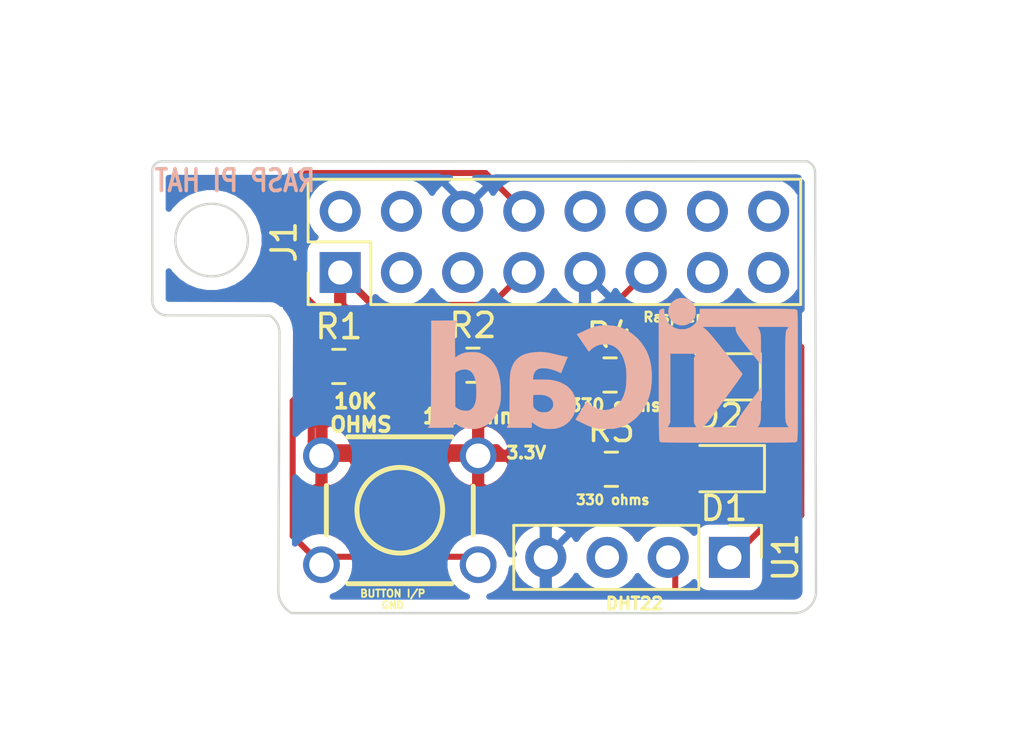
<source format=kicad_pcb>
(kicad_pcb (version 20171130) (host pcbnew "(5.1.6)-1")

  (general
    (thickness 1.6)
    (drawings 24)
    (tracks 104)
    (zones 0)
    (modules 10)
    (nets 19)
  )

  (page A4)
  (title_block
    (title "RASB PI HAT")
    (date 2020-08-15)
    (company RVDINDUSTRIES)
    (comment 1 VICKY)
  )

  (layers
    (0 F.Cu signal)
    (31 B.Cu signal)
    (32 B.Adhes user)
    (33 F.Adhes user)
    (34 B.Paste user)
    (35 F.Paste user)
    (36 B.SilkS user)
    (37 F.SilkS user)
    (38 B.Mask user)
    (39 F.Mask user)
    (40 Dwgs.User user)
    (41 Cmts.User user)
    (42 Eco1.User user)
    (43 Eco2.User user)
    (44 Edge.Cuts user)
    (45 Margin user)
    (46 B.CrtYd user)
    (47 F.CrtYd user)
    (48 B.Fab user)
    (49 F.Fab user)
  )

  (setup
    (last_trace_width 0.25)
    (user_trace_width 0.3)
    (trace_clearance 0.2)
    (zone_clearance 0.508)
    (zone_45_only no)
    (trace_min 0.2)
    (via_size 0.8)
    (via_drill 0.4)
    (via_min_size 0.4)
    (via_min_drill 0.3)
    (user_via 1 0.6)
    (uvia_size 0.3)
    (uvia_drill 0.1)
    (uvias_allowed no)
    (uvia_min_size 0.2)
    (uvia_min_drill 0.1)
    (edge_width 0.1)
    (segment_width 0.2)
    (pcb_text_width 0.3)
    (pcb_text_size 1.5 1.5)
    (mod_edge_width 0.15)
    (mod_text_size 1 1)
    (mod_text_width 0.15)
    (pad_size 1.524 1.524)
    (pad_drill 0.762)
    (pad_to_mask_clearance 0)
    (aux_axis_origin 0 0)
    (visible_elements 7FFFFFFF)
    (pcbplotparams
      (layerselection 0x010fc_ffffffff)
      (usegerberextensions true)
      (usegerberattributes true)
      (usegerberadvancedattributes true)
      (creategerberjobfile false)
      (excludeedgelayer true)
      (linewidth 0.100000)
      (plotframeref false)
      (viasonmask false)
      (mode 1)
      (useauxorigin false)
      (hpglpennumber 1)
      (hpglpenspeed 20)
      (hpglpendiameter 15.000000)
      (psnegative false)
      (psa4output false)
      (plotreference true)
      (plotvalue true)
      (plotinvisibletext false)
      (padsonsilk false)
      (subtractmaskfromsilk false)
      (outputformat 1)
      (mirror false)
      (drillshape 0)
      (scaleselection 1)
      (outputdirectory "GERBER RASPBERRY PI HAT/"))
  )

  (net 0 "")
  (net 1 "Net-(D1-Pad2)")
  (net 2 GND)
  (net 3 "Net-(D2-Pad2)")
  (net 4 "Net-(J1-Pad16)")
  (net 5 "Net-(J1-Pad15)")
  (net 6 "Net-(J1-Pad14)")
  (net 7 "Net-(J1-Pad13)")
  (net 8 "Net-(J1-Pad12)")
  (net 9 "Net-(J1-Pad11)")
  (net 10 "Net-(J1-Pad10)")
  (net 11 /button_input)
  (net 12 "Net-(J1-Pad7)")
  (net 13 "Net-(J1-Pad5)")
  (net 14 "Net-(J1-Pad4)")
  (net 15 "Net-(J1-Pad3)")
  (net 16 "Net-(J1-Pad2)")
  (net 17 /3V3)
  (net 18 "Net-(R2-Pad2)")

  (net_class Default "This is the default net class."
    (clearance 0.2)
    (trace_width 0.25)
    (via_dia 0.8)
    (via_drill 0.4)
    (uvia_dia 0.3)
    (uvia_drill 0.1)
    (add_net /button_input)
    (add_net "Net-(D1-Pad2)")
    (add_net "Net-(D2-Pad2)")
    (add_net "Net-(J1-Pad10)")
    (add_net "Net-(J1-Pad11)")
    (add_net "Net-(J1-Pad12)")
    (add_net "Net-(J1-Pad13)")
    (add_net "Net-(J1-Pad14)")
    (add_net "Net-(J1-Pad15)")
    (add_net "Net-(J1-Pad16)")
    (add_net "Net-(J1-Pad2)")
    (add_net "Net-(J1-Pad3)")
    (add_net "Net-(J1-Pad4)")
    (add_net "Net-(J1-Pad5)")
    (add_net "Net-(J1-Pad7)")
    (add_net "Net-(R2-Pad2)")
  )

  (net_class POWER ""
    (clearance 0.3)
    (trace_width 0.3)
    (via_dia 1)
    (via_drill 0.8)
    (uvia_dia 0.3)
    (uvia_drill 0.1)
    (add_net /3V3)
    (add_net GND)
  )

  (module Symbol:KiCad-Logo_6mm_SilkScreen (layer B.Cu) (tedit 0) (tstamp 5F3995D0)
    (at 99.7458 85.0773 180)
    (descr "KiCad Logo")
    (tags "Logo KiCad")
    (attr virtual)
    (fp_text reference REF** (at 0 5.08) (layer F.SilkS) hide
      (effects (font (size 1 1) (thickness 0.15)))
    )
    (fp_text value KiCad-Logo_6mm_SilkScreen (at 0 -5.08) (layer F.SilkS) hide
      (effects (font (size 1 1) (thickness 0.15)))
    )
    (fp_poly (pts (xy -2.726079 2.96351) (xy -2.622973 2.927762) (xy -2.526978 2.871493) (xy -2.441247 2.794712)
      (xy -2.36893 2.697427) (xy -2.336445 2.636108) (xy -2.308332 2.55034) (xy -2.294705 2.451323)
      (xy -2.296214 2.349529) (xy -2.312969 2.257286) (xy -2.358763 2.144568) (xy -2.425168 2.046793)
      (xy -2.508809 1.965885) (xy -2.606312 1.903768) (xy -2.7143 1.862366) (xy -2.829399 1.843603)
      (xy -2.948234 1.849402) (xy -3.006811 1.861794) (xy -3.120972 1.906203) (xy -3.222365 1.973967)
      (xy -3.308545 2.062999) (xy -3.377066 2.171209) (xy -3.382864 2.183027) (xy -3.402904 2.227372)
      (xy -3.415487 2.26472) (xy -3.422319 2.30412) (xy -3.425105 2.354619) (xy -3.425568 2.409567)
      (xy -3.424803 2.475585) (xy -3.421352 2.523311) (xy -3.413477 2.561897) (xy -3.399443 2.600494)
      (xy -3.38212 2.638574) (xy -3.317505 2.746672) (xy -3.237934 2.834197) (xy -3.14656 2.901159)
      (xy -3.046536 2.947564) (xy -2.941012 2.973419) (xy -2.833142 2.978732) (xy -2.726079 2.96351)) (layer B.SilkS) (width 0.01))
    (fp_poly (pts (xy 6.84227 2.043175) (xy 6.959041 2.042696) (xy 6.998729 2.042455) (xy 7.544486 2.038865)
      (xy 7.551351 -0.054919) (xy 7.552258 -0.338842) (xy 7.553062 -0.59664) (xy 7.553815 -0.829646)
      (xy 7.554569 -1.039194) (xy 7.555375 -1.226618) (xy 7.556285 -1.39325) (xy 7.557351 -1.540425)
      (xy 7.558624 -1.669477) (xy 7.560156 -1.781739) (xy 7.561998 -1.878544) (xy 7.564203 -1.961226)
      (xy 7.566822 -2.031119) (xy 7.569906 -2.089557) (xy 7.573508 -2.137872) (xy 7.577678 -2.1774)
      (xy 7.582469 -2.209473) (xy 7.587931 -2.235424) (xy 7.594118 -2.256589) (xy 7.60108 -2.274299)
      (xy 7.608869 -2.289889) (xy 7.617537 -2.304693) (xy 7.627135 -2.320044) (xy 7.637715 -2.337276)
      (xy 7.639884 -2.340946) (xy 7.676268 -2.403031) (xy 7.150431 -2.399434) (xy 6.624594 -2.395838)
      (xy 6.617729 -2.280331) (xy 6.613992 -2.224899) (xy 6.610097 -2.192851) (xy 6.604811 -2.180135)
      (xy 6.596903 -2.182696) (xy 6.59027 -2.190024) (xy 6.561374 -2.216714) (xy 6.514279 -2.251021)
      (xy 6.45562 -2.288846) (xy 6.392031 -2.32609) (xy 6.330149 -2.358653) (xy 6.282634 -2.380077)
      (xy 6.171316 -2.415283) (xy 6.043596 -2.440222) (xy 5.908901 -2.453941) (xy 5.776663 -2.455486)
      (xy 5.656308 -2.443906) (xy 5.654326 -2.443574) (xy 5.489641 -2.40225) (xy 5.335479 -2.336412)
      (xy 5.193328 -2.247474) (xy 5.064675 -2.136852) (xy 4.951007 -2.005961) (xy 4.85381 -1.856216)
      (xy 4.774572 -1.689033) (xy 4.73143 -1.56519) (xy 4.702979 -1.461581) (xy 4.68188 -1.361252)
      (xy 4.667488 -1.258109) (xy 4.659158 -1.146057) (xy 4.656245 -1.019001) (xy 4.657535 -0.915252)
      (xy 5.67065 -0.915252) (xy 5.675444 -1.089222) (xy 5.690568 -1.238895) (xy 5.716485 -1.365597)
      (xy 5.753663 -1.470658) (xy 5.802565 -1.555406) (xy 5.863658 -1.621169) (xy 5.934177 -1.667659)
      (xy 5.970871 -1.685014) (xy 6.002696 -1.695419) (xy 6.038177 -1.700179) (xy 6.085841 -1.700601)
      (xy 6.137189 -1.698748) (xy 6.238169 -1.689841) (xy 6.318035 -1.672398) (xy 6.343135 -1.663661)
      (xy 6.400448 -1.637857) (xy 6.460897 -1.605453) (xy 6.487297 -1.589233) (xy 6.555946 -1.544205)
      (xy 6.555946 -0.116982) (xy 6.480432 -0.071718) (xy 6.375121 -0.020572) (xy 6.267525 0.009676)
      (xy 6.161581 0.019205) (xy 6.061224 0.008193) (xy 5.970387 -0.023181) (xy 5.893007 -0.07474)
      (xy 5.868039 -0.099488) (xy 5.807856 -0.180577) (xy 5.759145 -0.278734) (xy 5.721499 -0.395643)
      (xy 5.694512 -0.532985) (xy 5.677775 -0.692444) (xy 5.670883 -0.8757) (xy 5.67065 -0.915252)
      (xy 4.657535 -0.915252) (xy 4.658073 -0.872067) (xy 4.669647 -0.646053) (xy 4.69292 -0.442192)
      (xy 4.728504 -0.257513) (xy 4.777013 -0.089048) (xy 4.83906 0.066174) (xy 4.861201 0.112192)
      (xy 4.950385 0.262261) (xy 5.058159 0.395623) (xy 5.18199 0.510123) (xy 5.319342 0.603611)
      (xy 5.467683 0.673932) (xy 5.556604 0.70294) (xy 5.643933 0.72016) (xy 5.749011 0.730406)
      (xy 5.863029 0.733682) (xy 5.977177 0.729991) (xy 6.082648 0.71934) (xy 6.167334 0.70263)
      (xy 6.268128 0.66986) (xy 6.365822 0.627721) (xy 6.451296 0.580481) (xy 6.496789 0.548419)
      (xy 6.528169 0.524578) (xy 6.550142 0.510061) (xy 6.555141 0.508) (xy 6.55669 0.521282)
      (xy 6.558135 0.559337) (xy 6.559443 0.619481) (xy 6.560583 0.699027) (xy 6.561521 0.795289)
      (xy 6.562226 0.905581) (xy 6.562667 1.027219) (xy 6.562811 1.151115) (xy 6.56273 1.309804)
      (xy 6.562335 1.443592) (xy 6.561395 1.55504) (xy 6.55968 1.646705) (xy 6.556957 1.721147)
      (xy 6.552997 1.780925) (xy 6.547569 1.828598) (xy 6.540441 1.866726) (xy 6.531384 1.897866)
      (xy 6.520167 1.924579) (xy 6.506558 1.949423) (xy 6.490328 1.974957) (xy 6.48824 1.978119)
      (xy 6.467306 2.01119) (xy 6.454667 2.033931) (xy 6.452973 2.038728) (xy 6.466216 2.040241)
      (xy 6.504002 2.041472) (xy 6.563416 2.042401) (xy 6.641542 2.043008) (xy 6.735465 2.043273)
      (xy 6.84227 2.043175)) (layer B.SilkS) (width 0.01))
    (fp_poly (pts (xy 3.167505 0.735771) (xy 3.235531 0.730622) (xy 3.430163 0.704727) (xy 3.602529 0.663425)
      (xy 3.75347 0.606147) (xy 3.883825 0.532326) (xy 3.994434 0.441392) (xy 4.086135 0.332778)
      (xy 4.15977 0.205915) (xy 4.213539 0.068648) (xy 4.227187 0.024863) (xy 4.239073 -0.016141)
      (xy 4.249334 -0.056569) (xy 4.258113 -0.09863) (xy 4.265548 -0.144531) (xy 4.27178 -0.19648)
      (xy 4.27695 -0.256685) (xy 4.281196 -0.327352) (xy 4.28466 -0.410689) (xy 4.287481 -0.508905)
      (xy 4.2898 -0.624205) (xy 4.291757 -0.758799) (xy 4.293491 -0.914893) (xy 4.295143 -1.094695)
      (xy 4.296324 -1.235676) (xy 4.30427 -2.203622) (xy 4.355756 -2.29677) (xy 4.380137 -2.341645)
      (xy 4.39828 -2.376501) (xy 4.406935 -2.395054) (xy 4.407243 -2.396311) (xy 4.394014 -2.397749)
      (xy 4.356326 -2.399074) (xy 4.297183 -2.400249) (xy 4.219586 -2.401237) (xy 4.126536 -2.401999)
      (xy 4.021035 -2.4025) (xy 3.906084 -2.402701) (xy 3.892378 -2.402703) (xy 3.377513 -2.402703)
      (xy 3.377513 -2.286) (xy 3.376635 -2.23326) (xy 3.374292 -2.192926) (xy 3.370921 -2.1713)
      (xy 3.369431 -2.169298) (xy 3.355804 -2.177683) (xy 3.327757 -2.199692) (xy 3.291303 -2.230601)
      (xy 3.290485 -2.231316) (xy 3.223962 -2.280843) (xy 3.139948 -2.330575) (xy 3.047937 -2.375626)
      (xy 2.957421 -2.41111) (xy 2.917567 -2.423236) (xy 2.838255 -2.438637) (xy 2.740935 -2.448465)
      (xy 2.634516 -2.45258) (xy 2.527907 -2.450841) (xy 2.430017 -2.443108) (xy 2.361513 -2.431981)
      (xy 2.19352 -2.382648) (xy 2.042281 -2.312342) (xy 1.908782 -2.221933) (xy 1.794006 -2.112295)
      (xy 1.698937 -1.984299) (xy 1.62456 -1.838818) (xy 1.592474 -1.750541) (xy 1.572365 -1.664739)
      (xy 1.559038 -1.561736) (xy 1.552872 -1.451034) (xy 1.553074 -1.434925) (xy 2.481648 -1.434925)
      (xy 2.489348 -1.517184) (xy 2.514989 -1.585546) (xy 2.562378 -1.64897) (xy 2.580579 -1.667567)
      (xy 2.645282 -1.717846) (xy 2.720066 -1.750056) (xy 2.809662 -1.765648) (xy 2.904012 -1.766796)
      (xy 2.993501 -1.759216) (xy 3.062018 -1.744389) (xy 3.091775 -1.733253) (xy 3.145408 -1.702904)
      (xy 3.202235 -1.660221) (xy 3.254082 -1.612317) (xy 3.292778 -1.566301) (xy 3.303054 -1.549421)
      (xy 3.311042 -1.525782) (xy 3.316721 -1.488168) (xy 3.320356 -1.432985) (xy 3.322211 -1.35664)
      (xy 3.322594 -1.283981) (xy 3.322335 -1.19927) (xy 3.321287 -1.138018) (xy 3.319045 -1.096227)
      (xy 3.315206 -1.069899) (xy 3.309365 -1.055035) (xy 3.301118 -1.047639) (xy 3.298567 -1.046461)
      (xy 3.2764 -1.042833) (xy 3.23268 -1.039866) (xy 3.173311 -1.037827) (xy 3.104196 -1.036983)
      (xy 3.089189 -1.036982) (xy 2.996805 -1.038457) (xy 2.925432 -1.042842) (xy 2.868719 -1.050738)
      (xy 2.821872 -1.06227) (xy 2.705669 -1.106215) (xy 2.614543 -1.160243) (xy 2.547705 -1.225219)
      (xy 2.504365 -1.302005) (xy 2.483734 -1.391467) (xy 2.481648 -1.434925) (xy 1.553074 -1.434925)
      (xy 1.554244 -1.342133) (xy 1.563532 -1.244536) (xy 1.570777 -1.205105) (xy 1.617039 -1.058701)
      (xy 1.687384 -0.923995) (xy 1.780484 -0.80228) (xy 1.895012 -0.694847) (xy 2.02964 -0.602988)
      (xy 2.18304 -0.527996) (xy 2.313459 -0.482458) (xy 2.400623 -0.458533) (xy 2.483996 -0.439943)
      (xy 2.568976 -0.426084) (xy 2.660965 -0.416351) (xy 2.765362 -0.410141) (xy 2.887568 -0.406851)
      (xy 2.998055 -0.405924) (xy 3.325677 -0.405027) (xy 3.319401 -0.306547) (xy 3.301579 -0.199695)
      (xy 3.263667 -0.107852) (xy 3.20728 -0.03331) (xy 3.134031 0.021636) (xy 3.069535 0.048448)
      (xy 2.977123 0.065346) (xy 2.867111 0.067773) (xy 2.744656 0.056622) (xy 2.614914 0.03279)
      (xy 2.483042 -0.00283) (xy 2.354198 -0.049343) (xy 2.260566 -0.091883) (xy 2.215517 -0.113728)
      (xy 2.181156 -0.128984) (xy 2.163681 -0.134937) (xy 2.162733 -0.134746) (xy 2.156703 -0.121412)
      (xy 2.141645 -0.086068) (xy 2.118977 -0.032101) (xy 2.090115 0.037104) (xy 2.056477 0.11816)
      (xy 2.022284 0.200882) (xy 1.885586 0.532197) (xy 1.98282 0.548167) (xy 2.024964 0.55618)
      (xy 2.088319 0.569639) (xy 2.167457 0.587321) (xy 2.256951 0.608004) (xy 2.351373 0.630468)
      (xy 2.388973 0.639597) (xy 2.551637 0.677326) (xy 2.69405 0.705612) (xy 2.821527 0.725028)
      (xy 2.939384 0.736146) (xy 3.052938 0.739536) (xy 3.167505 0.735771)) (layer B.SilkS) (width 0.01))
    (fp_poly (pts (xy 0.439962 1.839501) (xy 0.588014 1.823293) (xy 0.731452 1.794282) (xy 0.87611 1.750955)
      (xy 1.027824 1.691799) (xy 1.192428 1.6153) (xy 1.222071 1.600483) (xy 1.290098 1.566969)
      (xy 1.354256 1.536792) (xy 1.408215 1.512834) (xy 1.44564 1.497976) (xy 1.451389 1.496105)
      (xy 1.506486 1.479598) (xy 1.259851 1.120799) (xy 1.199552 1.033107) (xy 1.144422 0.952988)
      (xy 1.096336 0.883164) (xy 1.057168 0.826353) (xy 1.028794 0.785277) (xy 1.013087 0.762654)
      (xy 1.010536 0.759072) (xy 1.000171 0.766562) (xy 0.97466 0.789082) (xy 0.938563 0.822539)
      (xy 0.918642 0.84145) (xy 0.805773 0.931222) (xy 0.679014 0.999439) (xy 0.569783 1.036805)
      (xy 0.504214 1.04854) (xy 0.422116 1.055692) (xy 0.333144 1.058126) (xy 0.246956 1.055712)
      (xy 0.173205 1.048317) (xy 0.143776 1.042653) (xy 0.011133 0.997018) (xy -0.108394 0.927337)
      (xy -0.214717 0.83374) (xy -0.307747 0.716351) (xy -0.387395 0.5753) (xy -0.453574 0.410714)
      (xy -0.506194 0.22272) (xy -0.537467 0.061783) (xy -0.545626 -0.009263) (xy -0.551185 -0.101046)
      (xy -0.554198 -0.206968) (xy -0.554719 -0.320434) (xy -0.5528 -0.434849) (xy -0.548497 -0.543617)
      (xy -0.541863 -0.640143) (xy -0.532951 -0.717831) (xy -0.531021 -0.729817) (xy -0.488501 -0.922892)
      (xy -0.430567 -1.093773) (xy -0.356867 -1.243224) (xy -0.267049 -1.372011) (xy -0.203293 -1.441639)
      (xy -0.088714 -1.536173) (xy 0.036942 -1.606246) (xy 0.171557 -1.651477) (xy 0.313011 -1.671484)
      (xy 0.459183 -1.665885) (xy 0.607955 -1.6343) (xy 0.695911 -1.603394) (xy 0.817629 -1.541506)
      (xy 0.94308 -1.452729) (xy 1.013353 -1.392694) (xy 1.052811 -1.357947) (xy 1.083812 -1.332454)
      (xy 1.101458 -1.32017) (xy 1.103648 -1.319795) (xy 1.111524 -1.332347) (xy 1.131932 -1.365516)
      (xy 1.163132 -1.416458) (xy 1.203386 -1.482331) (xy 1.250957 -1.560289) (xy 1.304104 -1.64749)
      (xy 1.333687 -1.696067) (xy 1.559648 -2.067215) (xy 1.277527 -2.206639) (xy 1.175522 -2.256719)
      (xy 1.092889 -2.29621) (xy 1.024578 -2.327073) (xy 0.965537 -2.351268) (xy 0.910714 -2.370758)
      (xy 0.85506 -2.387503) (xy 0.793523 -2.403465) (xy 0.73454 -2.417482) (xy 0.682115 -2.428329)
      (xy 0.627288 -2.436526) (xy 0.564572 -2.442528) (xy 0.488477 -2.44679) (xy 0.393516 -2.449767)
      (xy 0.329513 -2.451052) (xy 0.238192 -2.45193) (xy 0.150627 -2.451487) (xy 0.072612 -2.449852)
      (xy 0.009942 -2.447149) (xy -0.031587 -2.443505) (xy -0.034048 -2.443142) (xy -0.249697 -2.396487)
      (xy -0.452207 -2.325729) (xy -0.641505 -2.230914) (xy -0.817521 -2.112089) (xy -0.980184 -1.9693)
      (xy -1.129422 -1.802594) (xy -1.237504 -1.654433) (xy -1.352566 -1.460502) (xy -1.445577 -1.255699)
      (xy -1.516987 -1.038383) (xy -1.567244 -0.806912) (xy -1.596799 -0.559643) (xy -1.606111 -0.308559)
      (xy -1.598452 -0.06567) (xy -1.574387 0.15843) (xy -1.533148 0.367523) (xy -1.473973 0.565387)
      (xy -1.396096 0.755804) (xy -1.386797 0.775532) (xy -1.284352 0.959941) (xy -1.158528 1.135424)
      (xy -1.012888 1.29835) (xy -0.850999 1.445086) (xy -0.676424 1.571999) (xy -0.513756 1.665095)
      (xy -0.349427 1.738009) (xy -0.184749 1.790826) (xy -0.013348 1.824985) (xy 0.171153 1.841922)
      (xy 0.281459 1.84442) (xy 0.439962 1.839501)) (layer B.SilkS) (width 0.01))
    (fp_poly (pts (xy -5.955743 2.526311) (xy -5.69122 2.526275) (xy -5.568088 2.52627) (xy -3.597189 2.52627)
      (xy -3.597189 2.41009) (xy -3.584789 2.268709) (xy -3.547364 2.138316) (xy -3.484577 2.018138)
      (xy -3.396094 1.907398) (xy -3.366157 1.877489) (xy -3.258466 1.792652) (xy -3.139725 1.730779)
      (xy -3.01346 1.691841) (xy -2.883197 1.67581) (xy -2.752465 1.682658) (xy -2.624788 1.712357)
      (xy -2.503695 1.76488) (xy -2.392712 1.840197) (xy -2.342868 1.885637) (xy -2.249983 1.997048)
      (xy -2.181873 2.119565) (xy -2.139129 2.251785) (xy -2.122347 2.392308) (xy -2.122124 2.406133)
      (xy -2.121244 2.526266) (xy -2.068443 2.526268) (xy -2.021604 2.519911) (xy -1.978817 2.504444)
      (xy -1.975989 2.502846) (xy -1.966325 2.497832) (xy -1.957451 2.493927) (xy -1.949335 2.489993)
      (xy -1.941943 2.484894) (xy -1.935245 2.477492) (xy -1.929208 2.466649) (xy -1.923801 2.451228)
      (xy -1.91899 2.430091) (xy -1.914745 2.402101) (xy -1.911032 2.366121) (xy -1.907821 2.321013)
      (xy -1.905078 2.26564) (xy -1.902772 2.198863) (xy -1.900871 2.119547) (xy -1.899342 2.026553)
      (xy -1.898154 1.918743) (xy -1.897274 1.794981) (xy -1.89667 1.654129) (xy -1.896311 1.49505)
      (xy -1.896165 1.316605) (xy -1.896198 1.117658) (xy -1.89638 0.897071) (xy -1.896677 0.653707)
      (xy -1.897059 0.386428) (xy -1.897492 0.094097) (xy -1.897945 -0.224424) (xy -1.897998 -0.26323)
      (xy -1.898404 -0.583782) (xy -1.898749 -0.878012) (xy -1.899069 -1.147056) (xy -1.8994 -1.392052)
      (xy -1.899779 -1.614137) (xy -1.900243 -1.814447) (xy -1.900828 -1.994119) (xy -1.90157 -2.15429)
      (xy -1.902506 -2.296098) (xy -1.903673 -2.420679) (xy -1.905107 -2.52917) (xy -1.906844 -2.622707)
      (xy -1.908922 -2.702429) (xy -1.911376 -2.769472) (xy -1.914244 -2.824973) (xy -1.917561 -2.870068)
      (xy -1.921364 -2.905895) (xy -1.92569 -2.933591) (xy -1.930575 -2.954293) (xy -1.936055 -2.969137)
      (xy -1.942168 -2.97926) (xy -1.94895 -2.9858) (xy -1.956437 -2.989893) (xy -1.964666 -2.992676)
      (xy -1.973673 -2.995287) (xy -1.983495 -2.998862) (xy -1.985894 -2.99995) (xy -1.993435 -3.002396)
      (xy -2.006056 -3.004642) (xy -2.024859 -3.006698) (xy -2.050947 -3.008572) (xy -2.085422 -3.010271)
      (xy -2.129385 -3.011803) (xy -2.183939 -3.013177) (xy -2.250185 -3.0144) (xy -2.329226 -3.015481)
      (xy -2.422163 -3.016427) (xy -2.530099 -3.017247) (xy -2.654136 -3.017947) (xy -2.795376 -3.018538)
      (xy -2.954921 -3.019025) (xy -3.133872 -3.019419) (xy -3.333332 -3.019725) (xy -3.554404 -3.019953)
      (xy -3.798188 -3.02011) (xy -4.065787 -3.020205) (xy -4.358303 -3.020245) (xy -4.676839 -3.020238)
      (xy -4.780021 -3.020228) (xy -5.105623 -3.020176) (xy -5.404881 -3.020091) (xy -5.678909 -3.019963)
      (xy -5.928824 -3.019785) (xy -6.15574 -3.019548) (xy -6.360773 -3.019242) (xy -6.545038 -3.01886)
      (xy -6.70965 -3.018392) (xy -6.855725 -3.01783) (xy -6.984376 -3.017165) (xy -7.096721 -3.016388)
      (xy -7.193874 -3.015491) (xy -7.27695 -3.014465) (xy -7.347064 -3.013301) (xy -7.405332 -3.011991)
      (xy -7.452869 -3.010525) (xy -7.49079 -3.008896) (xy -7.52021 -3.007093) (xy -7.542245 -3.00511)
      (xy -7.55801 -3.002936) (xy -7.56862 -3.000563) (xy -7.574404 -2.998391) (xy -7.584684 -2.994056)
      (xy -7.594122 -2.990859) (xy -7.602755 -2.987665) (xy -7.610619 -2.983338) (xy -7.617748 -2.976744)
      (xy -7.624179 -2.966747) (xy -7.629947 -2.952212) (xy -7.635089 -2.932003) (xy -7.63964 -2.904985)
      (xy -7.643635 -2.870023) (xy -7.647111 -2.825981) (xy -7.650102 -2.771724) (xy -7.652646 -2.706117)
      (xy -7.654777 -2.628024) (xy -7.656532 -2.53631) (xy -7.657945 -2.42984) (xy -7.658315 -2.388973)
      (xy -7.291884 -2.388973) (xy -5.996734 -2.388973) (xy -6.021655 -2.351217) (xy -6.046447 -2.312417)
      (xy -6.06744 -2.275469) (xy -6.084935 -2.237788) (xy -6.09923 -2.196788) (xy -6.110623 -2.149883)
      (xy -6.119413 -2.094487) (xy -6.125898 -2.028016) (xy -6.130377 -1.947883) (xy -6.13315 -1.851502)
      (xy -6.134513 -1.736289) (xy -6.134767 -1.599657) (xy -6.134209 -1.43902) (xy -6.133893 -1.379382)
      (xy -6.130325 -0.740041) (xy -5.725298 -1.291449) (xy -5.610554 -1.447876) (xy -5.511143 -1.584088)
      (xy -5.42599 -1.70189) (xy -5.354022 -1.803084) (xy -5.294166 -1.889477) (xy -5.245348 -1.962874)
      (xy -5.206495 -2.025077) (xy -5.176534 -2.077893) (xy -5.154391 -2.123125) (xy -5.138993 -2.162578)
      (xy -5.129266 -2.198058) (xy -5.124137 -2.231368) (xy -5.122532 -2.264313) (xy -5.123379 -2.298697)
      (xy -5.123595 -2.303019) (xy -5.128054 -2.389031) (xy -3.708692 -2.388973) (xy -3.814265 -2.282522)
      (xy -3.842913 -2.253406) (xy -3.87009 -2.225076) (xy -3.896989 -2.195968) (xy -3.924803 -2.16452)
      (xy -3.954725 -2.129169) (xy -3.987946 -2.088354) (xy -4.025661 -2.040511) (xy -4.06906 -1.984079)
      (xy -4.119338 -1.917494) (xy -4.177688 -1.839195) (xy -4.2453 -1.747619) (xy -4.323369 -1.641204)
      (xy -4.413088 -1.518387) (xy -4.515648 -1.377605) (xy -4.632242 -1.217297) (xy -4.727809 -1.085798)
      (xy -4.847749 -0.920596) (xy -4.95238 -0.776152) (xy -5.042648 -0.651094) (xy -5.119503 -0.544052)
      (xy -5.183891 -0.453654) (xy -5.236761 -0.378529) (xy -5.27906 -0.317304) (xy -5.311736 -0.26861)
      (xy -5.335738 -0.231074) (xy -5.352013 -0.203325) (xy -5.361508 -0.183992) (xy -5.365173 -0.171703)
      (xy -5.364071 -0.165242) (xy -5.350724 -0.148048) (xy -5.321866 -0.111655) (xy -5.27924 -0.058224)
      (xy -5.224585 0.010081) (xy -5.159644 0.091097) (xy -5.086158 0.18266) (xy -5.005868 0.282608)
      (xy -4.920515 0.388776) (xy -4.83184 0.499003) (xy -4.741586 0.611124) (xy -4.691944 0.672756)
      (xy -3.459373 0.672756) (xy -3.408146 0.580081) (xy -3.356919 0.487405) (xy -3.356919 -2.203622)
      (xy -3.408146 -2.296298) (xy -3.459373 -2.388973) (xy -2.853396 -2.388973) (xy -2.708734 -2.388931)
      (xy -2.589244 -2.388741) (xy -2.492642 -2.388308) (xy -2.416642 -2.387536) (xy -2.358957 -2.38633)
      (xy -2.317301 -2.384594) (xy -2.289389 -2.382232) (xy -2.272935 -2.37915) (xy -2.265652 -2.375251)
      (xy -2.265255 -2.37044) (xy -2.269458 -2.364622) (xy -2.269501 -2.364574) (xy -2.286813 -2.339532)
      (xy -2.309736 -2.298815) (xy -2.329981 -2.258168) (xy -2.368379 -2.176162) (xy -2.376211 0.672756)
      (xy -3.459373 0.672756) (xy -4.691944 0.672756) (xy -4.651493 0.722976) (xy -4.563302 0.832396)
      (xy -4.478754 0.937222) (xy -4.399592 1.035289) (xy -4.327556 1.124434) (xy -4.264387 1.202495)
      (xy -4.211827 1.267308) (xy -4.171617 1.31671) (xy -4.148 1.345513) (xy -4.05629 1.453222)
      (xy -3.96806 1.55042) (xy -3.886403 1.633924) (xy -3.81441 1.700552) (xy -3.763319 1.741401)
      (xy -3.702907 1.784865) (xy -5.092298 1.784865) (xy -5.091908 1.703334) (xy -5.095791 1.643394)
      (xy -5.11039 1.587823) (xy -5.132988 1.535145) (xy -5.147678 1.505385) (xy -5.163472 1.475897)
      (xy -5.181814 1.444724) (xy -5.204145 1.409907) (xy -5.231909 1.36949) (xy -5.266549 1.321514)
      (xy -5.309507 1.264022) (xy -5.362227 1.195057) (xy -5.426151 1.112661) (xy -5.502721 1.014876)
      (xy -5.593381 0.899745) (xy -5.699574 0.76531) (xy -5.711568 0.750141) (xy -6.130325 0.220588)
      (xy -6.134378 0.807078) (xy -6.135195 0.982749) (xy -6.135021 1.131468) (xy -6.133849 1.253725)
      (xy -6.131669 1.350011) (xy -6.128474 1.420817) (xy -6.124256 1.466631) (xy -6.122838 1.475321)
      (xy -6.100591 1.566865) (xy -6.071443 1.649392) (xy -6.038182 1.715747) (xy -6.0182 1.74389)
      (xy -5.983722 1.784865) (xy -6.637914 1.784865) (xy -6.793969 1.784731) (xy -6.924467 1.784297)
      (xy -7.03131 1.783511) (xy -7.116398 1.782324) (xy -7.181635 1.780683) (xy -7.228921 1.778539)
      (xy -7.260157 1.775841) (xy -7.277246 1.772538) (xy -7.282088 1.768579) (xy -7.281753 1.767702)
      (xy -7.267885 1.746769) (xy -7.244732 1.713588) (xy -7.232754 1.696807) (xy -7.220369 1.68006)
      (xy -7.209237 1.665085) (xy -7.199288 1.650406) (xy -7.190451 1.634551) (xy -7.182657 1.616045)
      (xy -7.175835 1.593415) (xy -7.169916 1.565187) (xy -7.164829 1.529887) (xy -7.160504 1.486042)
      (xy -7.156871 1.432178) (xy -7.15386 1.36682) (xy -7.151401 1.288496) (xy -7.149423 1.195732)
      (xy -7.147858 1.087053) (xy -7.146634 0.960987) (xy -7.145681 0.816058) (xy -7.14493 0.650794)
      (xy -7.144311 0.463721) (xy -7.143752 0.253365) (xy -7.143185 0.018252) (xy -7.142655 -0.197741)
      (xy -7.142155 -0.438535) (xy -7.141895 -0.668274) (xy -7.141868 -0.885493) (xy -7.142067 -1.088722)
      (xy -7.142486 -1.276496) (xy -7.143118 -1.447345) (xy -7.143956 -1.599803) (xy -7.144992 -1.732403)
      (xy -7.14622 -1.843676) (xy -7.147633 -1.932156) (xy -7.149225 -1.996375) (xy -7.150987 -2.034865)
      (xy -7.151321 -2.038933) (xy -7.163466 -2.132248) (xy -7.182427 -2.20719) (xy -7.211302 -2.272594)
      (xy -7.25319 -2.337293) (xy -7.258429 -2.344352) (xy -7.291884 -2.388973) (xy -7.658315 -2.388973)
      (xy -7.659054 -2.307479) (xy -7.659893 -2.16809) (xy -7.660498 -2.010539) (xy -7.660905 -1.833691)
      (xy -7.66115 -1.63641) (xy -7.661267 -1.41756) (xy -7.661295 -1.176007) (xy -7.661267 -0.910615)
      (xy -7.66122 -0.620249) (xy -7.66119 -0.303773) (xy -7.661189 -0.240946) (xy -7.661172 0.078863)
      (xy -7.661112 0.372339) (xy -7.661002 0.64061) (xy -7.660833 0.884802) (xy -7.660597 1.106043)
      (xy -7.660284 1.30546) (xy -7.659885 1.48418) (xy -7.659393 1.643329) (xy -7.658797 1.784034)
      (xy -7.65809 1.907424) (xy -7.657263 2.014624) (xy -7.656307 2.106762) (xy -7.655213 2.184965)
      (xy -7.653973 2.250359) (xy -7.652578 2.304072) (xy -7.651018 2.347231) (xy -7.649286 2.380963)
      (xy -7.647372 2.406395) (xy -7.645268 2.424653) (xy -7.642966 2.436866) (xy -7.640455 2.444159)
      (xy -7.640363 2.444341) (xy -7.635192 2.455482) (xy -7.630885 2.465569) (xy -7.626121 2.474654)
      (xy -7.619578 2.482788) (xy -7.609935 2.490024) (xy -7.595871 2.496414) (xy -7.576063 2.502011)
      (xy -7.549191 2.506867) (xy -7.513933 2.511034) (xy -7.468968 2.514564) (xy -7.412974 2.517509)
      (xy -7.344629 2.519923) (xy -7.262614 2.521856) (xy -7.165605 2.523362) (xy -7.052282 2.524492)
      (xy -6.921323 2.525298) (xy -6.771407 2.525834) (xy -6.601213 2.526151) (xy -6.409418 2.526301)
      (xy -6.194702 2.526337) (xy -5.955743 2.526311)) (layer B.SilkS) (width 0.01))
  )

  (module Connector_PinHeader_2.54mm:PinHeader_1x04_P2.54mm_Vertical (layer F.Cu) (tedit 59FED5CC) (tstamp 5F385662)
    (at 104.5718 92.8624 270)
    (descr "Through hole straight pin header, 1x04, 2.54mm pitch, single row")
    (tags "Through hole pin header THT 1x04 2.54mm single row")
    (path /5F383970)
    (fp_text reference U1 (at 0 -2.33 90) (layer F.SilkS)
      (effects (font (size 1 1) (thickness 0.15)))
    )
    (fp_text value DHT11 (at 0 7.41 90) (layer F.Fab)
      (effects (font (size 1 1) (thickness 0.15)))
    )
    (fp_line (start 1.8 -1.8) (end -1.8 -1.8) (layer F.CrtYd) (width 0.05))
    (fp_line (start 1.8 9.4) (end 1.8 -1.8) (layer F.CrtYd) (width 0.05))
    (fp_line (start -1.8 9.4) (end 1.8 9.4) (layer F.CrtYd) (width 0.05))
    (fp_line (start -1.8 -1.8) (end -1.8 9.4) (layer F.CrtYd) (width 0.05))
    (fp_line (start -1.33 -1.33) (end 0 -1.33) (layer F.SilkS) (width 0.12))
    (fp_line (start -1.33 0) (end -1.33 -1.33) (layer F.SilkS) (width 0.12))
    (fp_line (start -1.33 1.27) (end 1.33 1.27) (layer F.SilkS) (width 0.12))
    (fp_line (start 1.33 1.27) (end 1.33 8.95) (layer F.SilkS) (width 0.12))
    (fp_line (start -1.33 1.27) (end -1.33 8.95) (layer F.SilkS) (width 0.12))
    (fp_line (start -1.33 8.95) (end 1.33 8.95) (layer F.SilkS) (width 0.12))
    (fp_line (start -1.27 -0.635) (end -0.635 -1.27) (layer F.Fab) (width 0.1))
    (fp_line (start -1.27 8.89) (end -1.27 -0.635) (layer F.Fab) (width 0.1))
    (fp_line (start 1.27 8.89) (end -1.27 8.89) (layer F.Fab) (width 0.1))
    (fp_line (start 1.27 -1.27) (end 1.27 8.89) (layer F.Fab) (width 0.1))
    (fp_line (start -0.635 -1.27) (end 1.27 -1.27) (layer F.Fab) (width 0.1))
    (fp_text user %R (at 0 2.54) (layer F.Fab)
      (effects (font (size 1 1) (thickness 0.15)))
    )
    (pad 4 thru_hole oval (at 0 7.62 270) (size 1.7 1.7) (drill 1) (layers *.Cu *.Mask)
      (net 2 GND))
    (pad 3 thru_hole oval (at 0 5.08 270) (size 1.7 1.7) (drill 1) (layers *.Cu *.Mask))
    (pad 2 thru_hole oval (at 0 2.54 270) (size 1.7 1.7) (drill 1) (layers *.Cu *.Mask)
      (net 9 "Net-(J1-Pad11)"))
    (pad 1 thru_hole rect (at 0 0 270) (size 1.7 1.7) (drill 1) (layers *.Cu *.Mask)
      (net 18 "Net-(R2-Pad2)"))
    (model ${KISYS3DMOD}/Connector_PinHeader_2.54mm.3dshapes/PinHeader_1x04_P2.54mm_Vertical.wrl
      (at (xyz 0 0 0))
      (scale (xyz 1 1 1))
      (rotate (xyz 0 0 0))
    )
  )

  (module freetronics_footprints:SW_PUSHBUTTON_PTH (layer F.Cu) (tedit 5477A5C1) (tstamp 5F38564B)
    (at 90.8939 90.9066)
    (descr "<b>OMRON SWITCH</b>")
    (path /5F382B85)
    (fp_text reference SW1 (at -0.05 0) (layer Eco1.User)
      (effects (font (size 0.6 0.6) (thickness 0.1)))
    )
    (fp_text value SW_DPST (at 0 0) (layer Eco1.User) hide
      (effects (font (size 0 0) (thickness 0.000001)))
    )
    (fp_line (start 3.048 -1.016) (end 3.048 -2.54) (layer Cmts.User) (width 0.2032))
    (fp_line (start 3.048 -2.54) (end 2.54 -3.048) (layer Cmts.User) (width 0.2032))
    (fp_line (start 2.54 3.048) (end 3.048 2.54) (layer Cmts.User) (width 0.2032))
    (fp_line (start 3.048 2.54) (end 3.048 1.016) (layer Cmts.User) (width 0.2032))
    (fp_line (start -2.54 -3.048) (end -3.048 -2.54) (layer Cmts.User) (width 0.2032))
    (fp_line (start -3.048 -2.54) (end -3.048 -1.016) (layer Cmts.User) (width 0.2032))
    (fp_line (start -2.54 3.048) (end -3.048 2.54) (layer Cmts.User) (width 0.2032))
    (fp_line (start -3.048 2.54) (end -3.048 1.016) (layer Cmts.User) (width 0.2032))
    (fp_line (start 2.54 3.048) (end 2.159 3.048) (layer Cmts.User) (width 0.2032))
    (fp_line (start -2.54 3.048) (end -2.159 3.048) (layer Cmts.User) (width 0.2032))
    (fp_line (start -2.54 -3.048) (end -2.159 -3.048) (layer Cmts.User) (width 0.2032))
    (fp_line (start 2.54 -3.048) (end 2.159 -3.048) (layer Cmts.User) (width 0.2032))
    (fp_line (start 2.159 -3.048) (end -2.159 -3.048) (layer F.SilkS) (width 0.2032))
    (fp_line (start -2.159 3.048) (end 2.159 3.048) (layer F.SilkS) (width 0.2032))
    (fp_line (start 3.048 -0.99568) (end 3.048 1.016) (layer F.SilkS) (width 0.2032))
    (fp_line (start -3.048 -1.02616) (end -3.048 1.016) (layer F.SilkS) (width 0.2032))
    (fp_line (start -2.54 -1.27) (end -2.54 -0.508) (layer Cmts.User) (width 0.2032))
    (fp_line (start -2.54 0.508) (end -2.54 1.27) (layer Cmts.User) (width 0.2032))
    (fp_line (start -2.54 -0.508) (end -2.159 0.381) (layer Cmts.User) (width 0.2032))
    (fp_circle (center 0 0) (end 1.778 0) (layer F.SilkS) (width 0.2032))
    (pad 2 thru_hole oval (at 3.2512 2.2606) (size 1.524 1.524) (drill 1.016) (layers *.Cu *.Mask)
      (net 11 /button_input))
    (pad 2 thru_hole oval (at -3.2512 2.2606) (size 1.524 1.524) (drill 1.016) (layers *.Cu *.Mask)
      (net 11 /button_input))
    (pad 1 thru_hole oval (at 3.2512 -2.2606) (size 1.524 1.524) (drill 1.016) (layers *.Cu *.Mask)
      (net 17 /3V3))
    (pad 1 thru_hole oval (at -3.2512 -2.2606) (size 1.524 1.524) (drill 1.016) (layers *.Cu *.Mask)
      (net 17 /3V3))
  )

  (module Resistor_SMD:R_0805_2012Metric (layer F.Cu) (tedit 5B36C52B) (tstamp 5F38562F)
    (at 99.6211 85.2932)
    (descr "Resistor SMD 0805 (2012 Metric), square (rectangular) end terminal, IPC_7351 nominal, (Body size source: https://docs.google.com/spreadsheets/d/1BsfQQcO9C6DZCsRaXUlFlo91Tg2WpOkGARC1WS5S8t0/edit?usp=sharing), generated with kicad-footprint-generator")
    (tags resistor)
    (path /5F3AB59E)
    (attr smd)
    (fp_text reference R4 (at 0 -1.65) (layer F.SilkS)
      (effects (font (size 1 1) (thickness 0.15)))
    )
    (fp_text value "330 ohms" (at 0.2136 1.2573) (layer F.SilkS)
      (effects (font (size 0.5 0.5) (thickness 0.125)))
    )
    (fp_line (start -1 0.6) (end -1 -0.6) (layer F.Fab) (width 0.1))
    (fp_line (start -1 -0.6) (end 1 -0.6) (layer F.Fab) (width 0.1))
    (fp_line (start 1 -0.6) (end 1 0.6) (layer F.Fab) (width 0.1))
    (fp_line (start 1 0.6) (end -1 0.6) (layer F.Fab) (width 0.1))
    (fp_line (start -0.258578 -0.71) (end 0.258578 -0.71) (layer F.SilkS) (width 0.12))
    (fp_line (start -0.258578 0.71) (end 0.258578 0.71) (layer F.SilkS) (width 0.12))
    (fp_line (start -1.68 0.95) (end -1.68 -0.95) (layer F.CrtYd) (width 0.05))
    (fp_line (start -1.68 -0.95) (end 1.68 -0.95) (layer F.CrtYd) (width 0.05))
    (fp_line (start 1.68 -0.95) (end 1.68 0.95) (layer F.CrtYd) (width 0.05))
    (fp_line (start 1.68 0.95) (end -1.68 0.95) (layer F.CrtYd) (width 0.05))
    (fp_text user %R (at 0 0) (layer F.Fab)
      (effects (font (size 0.5 0.5) (thickness 0.08)))
    )
    (pad 2 smd roundrect (at 0.9375 0) (size 0.975 1.4) (layers F.Cu F.Paste F.Mask) (roundrect_rratio 0.25)
      (net 3 "Net-(D2-Pad2)"))
    (pad 1 smd roundrect (at -0.9375 0) (size 0.975 1.4) (layers F.Cu F.Paste F.Mask) (roundrect_rratio 0.25)
      (net 17 /3V3))
    (model ${KISYS3DMOD}/Resistor_SMD.3dshapes/R_0805_2012Metric.wrl
      (at (xyz 0 0 0))
      (scale (xyz 1 1 1))
      (rotate (xyz 0 0 0))
    )
  )

  (module Resistor_SMD:R_0805_2012Metric (layer F.Cu) (tedit 5B36C52B) (tstamp 5F38561E)
    (at 99.6719 89.2048)
    (descr "Resistor SMD 0805 (2012 Metric), square (rectangular) end terminal, IPC_7351 nominal, (Body size source: https://docs.google.com/spreadsheets/d/1BsfQQcO9C6DZCsRaXUlFlo91Tg2WpOkGARC1WS5S8t0/edit?usp=sharing), generated with kicad-footprint-generator")
    (tags resistor)
    (path /5F3855B5)
    (attr smd)
    (fp_text reference R3 (at 0 -1.65) (layer F.SilkS)
      (effects (font (size 1 1) (thickness 0.15)))
    )
    (fp_text value "330 ohms" (at 0.0612 1.27) (layer F.SilkS)
      (effects (font (size 0.4 0.4) (thickness 0.1)))
    )
    (fp_line (start -1 0.6) (end -1 -0.6) (layer F.Fab) (width 0.1))
    (fp_line (start -1 -0.6) (end 1 -0.6) (layer F.Fab) (width 0.1))
    (fp_line (start 1 -0.6) (end 1 0.6) (layer F.Fab) (width 0.1))
    (fp_line (start 1 0.6) (end -1 0.6) (layer F.Fab) (width 0.1))
    (fp_line (start -0.258578 -0.71) (end 0.258578 -0.71) (layer F.SilkS) (width 0.12))
    (fp_line (start -0.258578 0.71) (end 0.258578 0.71) (layer F.SilkS) (width 0.12))
    (fp_line (start -1.68 0.95) (end -1.68 -0.95) (layer F.CrtYd) (width 0.05))
    (fp_line (start -1.68 -0.95) (end 1.68 -0.95) (layer F.CrtYd) (width 0.05))
    (fp_line (start 1.68 -0.95) (end 1.68 0.95) (layer F.CrtYd) (width 0.05))
    (fp_line (start 1.68 0.95) (end -1.68 0.95) (layer F.CrtYd) (width 0.05))
    (fp_text user %R (at 0 0) (layer F.Fab)
      (effects (font (size 0.5 0.5) (thickness 0.08)))
    )
    (pad 2 smd roundrect (at 0.9375 0) (size 0.975 1.4) (layers F.Cu F.Paste F.Mask) (roundrect_rratio 0.25)
      (net 1 "Net-(D1-Pad2)"))
    (pad 1 smd roundrect (at -0.9375 0) (size 0.975 1.4) (layers F.Cu F.Paste F.Mask) (roundrect_rratio 0.25)
      (net 12 "Net-(J1-Pad7)"))
    (model ${KISYS3DMOD}/Resistor_SMD.3dshapes/R_0805_2012Metric.wrl
      (at (xyz 0 0 0))
      (scale (xyz 1 1 1))
      (rotate (xyz 0 0 0))
    )
  )

  (module Resistor_SMD:R_0805_2012Metric (layer F.Cu) (tedit 5B36C52B) (tstamp 5F38560D)
    (at 93.9292 84.8868)
    (descr "Resistor SMD 0805 (2012 Metric), square (rectangular) end terminal, IPC_7351 nominal, (Body size source: https://docs.google.com/spreadsheets/d/1BsfQQcO9C6DZCsRaXUlFlo91Tg2WpOkGARC1WS5S8t0/edit?usp=sharing), generated with kicad-footprint-generator")
    (tags resistor)
    (path /5F382374)
    (attr smd)
    (fp_text reference R2 (at 0 -1.65) (layer F.SilkS)
      (effects (font (size 1 1) (thickness 0.15)))
    )
    (fp_text value "10k ohms" (at 0.1651 2.1209) (layer F.SilkS)
      (effects (font (size 0.6 0.6) (thickness 0.15)))
    )
    (fp_line (start -1 0.6) (end -1 -0.6) (layer F.Fab) (width 0.1))
    (fp_line (start -1 -0.6) (end 1 -0.6) (layer F.Fab) (width 0.1))
    (fp_line (start 1 -0.6) (end 1 0.6) (layer F.Fab) (width 0.1))
    (fp_line (start 1 0.6) (end -1 0.6) (layer F.Fab) (width 0.1))
    (fp_line (start -0.258578 -0.71) (end 0.258578 -0.71) (layer F.SilkS) (width 0.12))
    (fp_line (start -0.258578 0.71) (end 0.258578 0.71) (layer F.SilkS) (width 0.12))
    (fp_line (start -1.68 0.95) (end -1.68 -0.95) (layer F.CrtYd) (width 0.05))
    (fp_line (start -1.68 -0.95) (end 1.68 -0.95) (layer F.CrtYd) (width 0.05))
    (fp_line (start 1.68 -0.95) (end 1.68 0.95) (layer F.CrtYd) (width 0.05))
    (fp_line (start 1.68 0.95) (end -1.68 0.95) (layer F.CrtYd) (width 0.05))
    (fp_text user %R (at 0 0) (layer F.Fab)
      (effects (font (size 0.5 0.5) (thickness 0.08)))
    )
    (pad 2 smd roundrect (at 0.9375 0) (size 0.975 1.4) (layers F.Cu F.Paste F.Mask) (roundrect_rratio 0.25)
      (net 18 "Net-(R2-Pad2)"))
    (pad 1 smd roundrect (at -0.9375 0) (size 0.975 1.4) (layers F.Cu F.Paste F.Mask) (roundrect_rratio 0.25)
      (net 9 "Net-(J1-Pad11)"))
    (model ${KISYS3DMOD}/Resistor_SMD.3dshapes/R_0805_2012Metric.wrl
      (at (xyz 0 0 0))
      (scale (xyz 1 1 1))
      (rotate (xyz 0 0 0))
    )
  )

  (module Resistor_SMD:R_0805_2012Metric (layer F.Cu) (tedit 5B36C52B) (tstamp 5F3855FC)
    (at 88.3643 84.9376)
    (descr "Resistor SMD 0805 (2012 Metric), square (rectangular) end terminal, IPC_7351 nominal, (Body size source: https://docs.google.com/spreadsheets/d/1BsfQQcO9C6DZCsRaXUlFlo91Tg2WpOkGARC1WS5S8t0/edit?usp=sharing), generated with kicad-footprint-generator")
    (tags resistor)
    (path /5F381853)
    (attr smd)
    (fp_text reference R1 (at 0 -1.65) (layer F.SilkS)
      (effects (font (size 1 1) (thickness 0.15)))
    )
    (fp_text value "10k ohms" (at 0.8151 1.8669) (layer F.Fab)
      (effects (font (size 1 1) (thickness 0.15)))
    )
    (fp_line (start -1 0.6) (end -1 -0.6) (layer F.Fab) (width 0.1))
    (fp_line (start -1 -0.6) (end 1 -0.6) (layer F.Fab) (width 0.1))
    (fp_line (start 1 -0.6) (end 1 0.6) (layer F.Fab) (width 0.1))
    (fp_line (start 1 0.6) (end -1 0.6) (layer F.Fab) (width 0.1))
    (fp_line (start -0.258578 -0.71) (end 0.258578 -0.71) (layer F.SilkS) (width 0.12))
    (fp_line (start -0.258578 0.71) (end 0.258578 0.71) (layer F.SilkS) (width 0.12))
    (fp_line (start -1.68 0.95) (end -1.68 -0.95) (layer F.CrtYd) (width 0.05))
    (fp_line (start -1.68 -0.95) (end 1.68 -0.95) (layer F.CrtYd) (width 0.05))
    (fp_line (start 1.68 -0.95) (end 1.68 0.95) (layer F.CrtYd) (width 0.05))
    (fp_line (start 1.68 0.95) (end -1.68 0.95) (layer F.CrtYd) (width 0.05))
    (fp_text user %R (at 0 0) (layer F.Fab)
      (effects (font (size 0.5 0.5) (thickness 0.08)))
    )
    (pad 2 smd roundrect (at 0.9375 0) (size 0.975 1.4) (layers F.Cu F.Paste F.Mask) (roundrect_rratio 0.25)
      (net 2 GND))
    (pad 1 smd roundrect (at -0.9375 0) (size 0.975 1.4) (layers F.Cu F.Paste F.Mask) (roundrect_rratio 0.25)
      (net 11 /button_input))
    (model ${KISYS3DMOD}/Resistor_SMD.3dshapes/R_0805_2012Metric.wrl
      (at (xyz 0 0 0))
      (scale (xyz 1 1 1))
      (rotate (xyz 0 0 0))
    )
  )

  (module Connector_PinHeader_2.54mm:PinHeader_2x08_P2.54mm_Vertical (layer F.Cu) (tedit 59FED5CC) (tstamp 5F3855EB)
    (at 88.42 81.04 90)
    (descr "Through hole straight pin header, 2x08, 2.54mm pitch, double rows")
    (tags "Through hole pin header THT 2x08 2.54mm double row")
    (path /5F37E6E9)
    (fp_text reference J1 (at 1.27 -2.33 90) (layer F.SilkS)
      (effects (font (size 1 1) (thickness 0.15)))
    )
    (fp_text value Raspberry_Pi_2_3 (at -1.8529 15.1993 180) (layer F.SilkS)
      (effects (font (size 0.4 0.4) (thickness 0.1)))
    )
    (fp_line (start 4.35 -1.8) (end -1.8 -1.8) (layer F.CrtYd) (width 0.05))
    (fp_line (start 4.35 19.55) (end 4.35 -1.8) (layer F.CrtYd) (width 0.05))
    (fp_line (start -1.8 19.55) (end 4.35 19.55) (layer F.CrtYd) (width 0.05))
    (fp_line (start -1.8 -1.8) (end -1.8 19.55) (layer F.CrtYd) (width 0.05))
    (fp_line (start -1.33 -1.33) (end 0 -1.33) (layer F.SilkS) (width 0.12))
    (fp_line (start -1.33 0) (end -1.33 -1.33) (layer F.SilkS) (width 0.12))
    (fp_line (start 1.27 -1.33) (end 3.87 -1.33) (layer F.SilkS) (width 0.12))
    (fp_line (start 1.27 1.27) (end 1.27 -1.33) (layer F.SilkS) (width 0.12))
    (fp_line (start -1.33 1.27) (end 1.27 1.27) (layer F.SilkS) (width 0.12))
    (fp_line (start 3.87 -1.33) (end 3.87 19.11) (layer F.SilkS) (width 0.12))
    (fp_line (start -1.33 1.27) (end -1.33 19.11) (layer F.SilkS) (width 0.12))
    (fp_line (start -1.33 19.11) (end 3.87 19.11) (layer F.SilkS) (width 0.12))
    (fp_line (start -1.27 0) (end 0 -1.27) (layer F.Fab) (width 0.1))
    (fp_line (start -1.27 19.05) (end -1.27 0) (layer F.Fab) (width 0.1))
    (fp_line (start 3.81 19.05) (end -1.27 19.05) (layer F.Fab) (width 0.1))
    (fp_line (start 3.81 -1.27) (end 3.81 19.05) (layer F.Fab) (width 0.1))
    (fp_line (start 0 -1.27) (end 3.81 -1.27) (layer F.Fab) (width 0.1))
    (fp_text user %R (at 1.27 8.89) (layer F.Fab)
      (effects (font (size 1 1) (thickness 0.15)))
    )
    (pad 1 thru_hole rect (at 0 0 90) (size 1.7 1.7) (drill 1) (layers *.Cu *.Mask)
      (net 17 /3V3))
    (pad 2 thru_hole oval (at 2.54 0 90) (size 1.7 1.7) (drill 1) (layers *.Cu *.Mask)
      (net 16 "Net-(J1-Pad2)"))
    (pad 3 thru_hole oval (at 0 2.54 90) (size 1.7 1.7) (drill 1) (layers *.Cu *.Mask)
      (net 15 "Net-(J1-Pad3)"))
    (pad 4 thru_hole oval (at 2.54 2.54 90) (size 1.7 1.7) (drill 1) (layers *.Cu *.Mask)
      (net 14 "Net-(J1-Pad4)"))
    (pad 5 thru_hole oval (at 0 5.08 90) (size 1.7 1.7) (drill 1) (layers *.Cu *.Mask)
      (net 13 "Net-(J1-Pad5)"))
    (pad 6 thru_hole oval (at 2.54 5.08 90) (size 1.7 1.7) (drill 1) (layers *.Cu *.Mask)
      (net 2 GND))
    (pad 7 thru_hole oval (at 0 7.62 90) (size 1.7 1.7) (drill 1) (layers *.Cu *.Mask)
      (net 12 "Net-(J1-Pad7)"))
    (pad 8 thru_hole oval (at 2.54 7.62 90) (size 1.7 1.7) (drill 1) (layers *.Cu *.Mask)
      (net 11 /button_input))
    (pad 9 thru_hole oval (at 0 10.16 90) (size 1.7 1.7) (drill 1) (layers *.Cu *.Mask)
      (net 2 GND))
    (pad 10 thru_hole oval (at 2.54 10.16 90) (size 1.7 1.7) (drill 1) (layers *.Cu *.Mask)
      (net 10 "Net-(J1-Pad10)"))
    (pad 11 thru_hole oval (at 0 12.7 90) (size 1.7 1.7) (drill 1) (layers *.Cu *.Mask)
      (net 9 "Net-(J1-Pad11)"))
    (pad 12 thru_hole oval (at 2.54 12.7 90) (size 1.7 1.7) (drill 1) (layers *.Cu *.Mask)
      (net 8 "Net-(J1-Pad12)"))
    (pad 13 thru_hole oval (at 0 15.24 90) (size 1.7 1.7) (drill 1) (layers *.Cu *.Mask)
      (net 7 "Net-(J1-Pad13)"))
    (pad 14 thru_hole oval (at 2.54 15.24 90) (size 1.7 1.7) (drill 1) (layers *.Cu *.Mask)
      (net 6 "Net-(J1-Pad14)"))
    (pad 15 thru_hole oval (at 0 17.78 90) (size 1.7 1.7) (drill 1) (layers *.Cu *.Mask)
      (net 5 "Net-(J1-Pad15)"))
    (pad 16 thru_hole oval (at 2.54 17.78 90) (size 1.7 1.7) (drill 1) (layers *.Cu *.Mask)
      (net 4 "Net-(J1-Pad16)"))
    (model ${KISYS3DMOD}/Connector_PinHeader_2.54mm.3dshapes/PinHeader_2x08_P2.54mm_Vertical.wrl
      (at (xyz 0 0 0))
      (scale (xyz 1 1 1))
      (rotate (xyz 0 0 0))
    )
  )

  (module LED_SMD:LED_0805_2012Metric (layer F.Cu) (tedit 5B36C52C) (tstamp 5F3855C5)
    (at 104.1677 85.3694 180)
    (descr "LED SMD 0805 (2012 Metric), square (rectangular) end terminal, IPC_7351 nominal, (Body size source: https://docs.google.com/spreadsheets/d/1BsfQQcO9C6DZCsRaXUlFlo91Tg2WpOkGARC1WS5S8t0/edit?usp=sharing), generated with kicad-footprint-generator")
    (tags diode)
    (path /5F3AB594)
    (attr smd)
    (fp_text reference D2 (at 0 -1.65) (layer F.SilkS)
      (effects (font (size 1 1) (thickness 0.15)))
    )
    (fp_text value LED (at 0 1.65) (layer F.Fab)
      (effects (font (size 1 1) (thickness 0.15)))
    )
    (fp_line (start 1 -0.6) (end -0.7 -0.6) (layer F.Fab) (width 0.1))
    (fp_line (start -0.7 -0.6) (end -1 -0.3) (layer F.Fab) (width 0.1))
    (fp_line (start -1 -0.3) (end -1 0.6) (layer F.Fab) (width 0.1))
    (fp_line (start -1 0.6) (end 1 0.6) (layer F.Fab) (width 0.1))
    (fp_line (start 1 0.6) (end 1 -0.6) (layer F.Fab) (width 0.1))
    (fp_line (start 1 -0.96) (end -1.685 -0.96) (layer F.SilkS) (width 0.12))
    (fp_line (start -1.685 -0.96) (end -1.685 0.96) (layer F.SilkS) (width 0.12))
    (fp_line (start -1.685 0.96) (end 1 0.96) (layer F.SilkS) (width 0.12))
    (fp_line (start -1.68 0.95) (end -1.68 -0.95) (layer F.CrtYd) (width 0.05))
    (fp_line (start -1.68 -0.95) (end 1.68 -0.95) (layer F.CrtYd) (width 0.05))
    (fp_line (start 1.68 -0.95) (end 1.68 0.95) (layer F.CrtYd) (width 0.05))
    (fp_line (start 1.68 0.95) (end -1.68 0.95) (layer F.CrtYd) (width 0.05))
    (fp_text user %R (at 0 0) (layer F.Fab)
      (effects (font (size 0.5 0.5) (thickness 0.08)))
    )
    (pad 2 smd roundrect (at 0.9375 0 180) (size 0.975 1.4) (layers F.Cu F.Paste F.Mask) (roundrect_rratio 0.25)
      (net 3 "Net-(D2-Pad2)"))
    (pad 1 smd roundrect (at -0.9375 0 180) (size 0.975 1.4) (layers F.Cu F.Paste F.Mask) (roundrect_rratio 0.25)
      (net 2 GND))
    (model ${KISYS3DMOD}/LED_SMD.3dshapes/LED_0805_2012Metric.wrl
      (at (xyz 0 0 0))
      (scale (xyz 1 1 1))
      (rotate (xyz 0 0 0))
    )
  )

  (module LED_SMD:LED_0805_2012Metric (layer F.Cu) (tedit 5B36C52C) (tstamp 5F3855B2)
    (at 104.3432 89.1794 180)
    (descr "LED SMD 0805 (2012 Metric), square (rectangular) end terminal, IPC_7351 nominal, (Body size source: https://docs.google.com/spreadsheets/d/1BsfQQcO9C6DZCsRaXUlFlo91Tg2WpOkGARC1WS5S8t0/edit?usp=sharing), generated with kicad-footprint-generator")
    (tags diode)
    (path /5F381168)
    (attr smd)
    (fp_text reference D1 (at 0 -1.65) (layer F.SilkS)
      (effects (font (size 1 1) (thickness 0.15)))
    )
    (fp_text value LED (at 0 1.65) (layer F.Fab)
      (effects (font (size 1 1) (thickness 0.15)))
    )
    (fp_line (start 1 -0.6) (end -0.7 -0.6) (layer F.Fab) (width 0.1))
    (fp_line (start -0.7 -0.6) (end -1 -0.3) (layer F.Fab) (width 0.1))
    (fp_line (start -1 -0.3) (end -1 0.6) (layer F.Fab) (width 0.1))
    (fp_line (start -1 0.6) (end 1 0.6) (layer F.Fab) (width 0.1))
    (fp_line (start 1 0.6) (end 1 -0.6) (layer F.Fab) (width 0.1))
    (fp_line (start 1 -0.96) (end -1.685 -0.96) (layer F.SilkS) (width 0.12))
    (fp_line (start -1.685 -0.96) (end -1.685 0.96) (layer F.SilkS) (width 0.12))
    (fp_line (start -1.685 0.96) (end 1 0.96) (layer F.SilkS) (width 0.12))
    (fp_line (start -1.68 0.95) (end -1.68 -0.95) (layer F.CrtYd) (width 0.05))
    (fp_line (start -1.68 -0.95) (end 1.68 -0.95) (layer F.CrtYd) (width 0.05))
    (fp_line (start 1.68 -0.95) (end 1.68 0.95) (layer F.CrtYd) (width 0.05))
    (fp_line (start 1.68 0.95) (end -1.68 0.95) (layer F.CrtYd) (width 0.05))
    (fp_text user %R (at 0 0) (layer F.Fab)
      (effects (font (size 0.5 0.5) (thickness 0.08)))
    )
    (pad 2 smd roundrect (at 0.9375 0 180) (size 0.975 1.4) (layers F.Cu F.Paste F.Mask) (roundrect_rratio 0.25)
      (net 1 "Net-(D1-Pad2)"))
    (pad 1 smd roundrect (at -0.9375 0 180) (size 0.975 1.4) (layers F.Cu F.Paste F.Mask) (roundrect_rratio 0.25)
      (net 2 GND))
    (model ${KISYS3DMOD}/LED_SMD.3dshapes/LED_0805_2012Metric.wrl
      (at (xyz 0 0 0))
      (scale (xyz 1 1 1))
      (rotate (xyz 0 0 0))
    )
  )

  (gr_text 3.3V (at 96.139 88.519) (layer F.SilkS)
    (effects (font (size 0.5 0.5) (thickness 0.125)))
  )
  (gr_text DHT22 (at 100.6348 94.7801) (layer F.SilkS)
    (effects (font (size 0.5 0.5) (thickness 0.125)))
  )
  (gr_text "BUTTON I/P\nGND" (at 90.6018 94.6023) (layer F.SilkS)
    (effects (font (size 0.3 0.3) (thickness 0.075)))
  )
  (gr_text "10K \nOHMS" (at 89.281 86.868) (layer F.SilkS)
    (effects (font (size 0.6 0.6) (thickness 0.15)))
  )
  (gr_text "RASP PI HAT" (at 84.0486 77.2287) (layer B.SilkS)
    (effects (font (size 0.9 0.7) (thickness 0.15)) (justify mirror))
  )
  (dimension 4.28007 (width 0.15) (layer Margin)
    (gr_text "4.280 mm" (at 83.412844 97.705154 0.5) (layer Margin)
      (effects (font (size 1 0.7) (thickness 0.15)))
    )
    (feature1 (pts (xy 85.4202 82.7913) (xy 85.546443 96.972554)))
    (feature2 (pts (xy 81.1403 82.8294) (xy 81.266543 97.010654)))
    (crossbar (pts (xy 81.261322 96.424256) (xy 85.541222 96.386156)))
    (arrow1a (pts (xy 85.541222 96.386156) (xy 84.419983 96.982581)))
    (arrow1b (pts (xy 85.541222 96.386156) (xy 84.409543 95.809786)))
    (arrow2a (pts (xy 81.261322 96.424256) (xy 82.393001 97.000626)))
    (arrow2b (pts (xy 81.261322 96.424256) (xy 82.382561 95.827831)))
  )
  (dimension 10.693521 (width 0.15) (layer Dwgs.User)
    (gr_text "10.694 mm" (at 79.346642 88.868975 89.72781307) (layer Dwgs.User)
      (effects (font (size 1 1) (thickness 0.15)))
    )
    (feature1 (pts (xy 85.9028 83.5533) (xy 80.085613 83.525665)))
    (feature2 (pts (xy 85.852 94.2467) (xy 80.034813 94.219065)))
    (crossbar (pts (xy 80.621227 94.221851) (xy 80.672027 83.528451)))
    (arrow1a (pts (xy 80.672027 83.528451) (xy 81.25309 84.657728)))
    (arrow1b (pts (xy 80.672027 83.528451) (xy 80.080261 84.652156)))
    (arrow2a (pts (xy 80.621227 94.221851) (xy 81.212993 93.098146)))
    (arrow2b (pts (xy 80.621227 94.221851) (xy 80.040164 93.092574)))
  )
  (dimension 5.410215 (width 0.15) (layer Dwgs.User)
    (gr_text "5.410 mm" (at 75.668106 79.513609 270.1344969) (layer Dwgs.User)
      (effects (font (size 1 1) (thickness 0.15)))
    )
    (feature1 (pts (xy 80.6196 82.2071) (xy 76.388033 82.217033)))
    (feature2 (pts (xy 80.6069 76.7969) (xy 76.375333 76.806833)))
    (crossbar (pts (xy 76.961752 76.805457) (xy 76.974452 82.215657)))
    (arrow1a (pts (xy 76.974452 82.215657) (xy 76.385389 81.090533)))
    (arrow1b (pts (xy 76.974452 82.215657) (xy 77.558227 81.08778)))
    (arrow2a (pts (xy 76.961752 76.805457) (xy 76.377977 77.933334)))
    (arrow2b (pts (xy 76.961752 76.805457) (xy 77.550815 77.930581)))
  )
  (dimension 26.8097 (width 0.15) (layer Dwgs.User)
    (gr_text "26.810 mm" (at 94.41815 70.4296) (layer Dwgs.User)
      (effects (font (size 1 1) (thickness 0.15)))
    )
    (feature1 (pts (xy 81.0133 76.4286) (xy 81.0133 71.143179)))
    (feature2 (pts (xy 107.823 76.4286) (xy 107.823 71.143179)))
    (crossbar (pts (xy 107.823 71.7296) (xy 81.0133 71.7296)))
    (arrow1a (pts (xy 81.0133 71.7296) (xy 82.139804 71.143179)))
    (arrow1b (pts (xy 81.0133 71.7296) (xy 82.139804 72.316021)))
    (arrow2a (pts (xy 107.823 71.7296) (xy 106.696496 71.143179)))
    (arrow2b (pts (xy 107.823 71.7296) (xy 106.696496 72.316021)))
  )
  (dimension 17.716573 (width 0.15) (layer Dwgs.User)
    (gr_text "17.717 mm" (at 113.149738 85.564586 -89.83571148) (layer Dwgs.User)
      (effects (font (size 1 1) (thickness 0.15)))
    )
    (feature1 (pts (xy 108.1151 76.7207) (xy 112.410761 76.708383)))
    (feature2 (pts (xy 108.1659 94.4372) (xy 112.461561 94.424883)))
    (crossbar (pts (xy 111.875143 94.426564) (xy 111.824343 76.710064)))
    (arrow1a (pts (xy 111.824343 76.710064) (xy 112.413991 77.834882)))
    (arrow1b (pts (xy 111.824343 76.710064) (xy 111.241155 77.838245)))
    (arrow2a (pts (xy 111.875143 94.426564) (xy 112.458331 93.298383)))
    (arrow2b (pts (xy 111.875143 94.426564) (xy 111.285495 93.301746)))
  )
  (dimension 21.043904 (width 0.15) (layer Dwgs.User)
    (gr_text "21.044 mm" (at 96.928838 101.623111 -0.03457801603) (layer Dwgs.User)
      (effects (font (size 1 1) (thickness 0.15)))
    )
    (feature1 (pts (xy 86.4108 95.1357) (xy 86.407319 100.903182)))
    (feature2 (pts (xy 107.4547 95.1484) (xy 107.451219 100.915882)))
    (crossbar (pts (xy 107.451573 100.329461) (xy 86.407673 100.316761)))
    (arrow1a (pts (xy 86.407673 100.316761) (xy 87.53453 99.73102)))
    (arrow1b (pts (xy 86.407673 100.316761) (xy 87.533823 100.903861)))
    (arrow2a (pts (xy 107.451573 100.329461) (xy 106.325423 99.742361)))
    (arrow2b (pts (xy 107.451573 100.329461) (xy 106.324716 100.915202)))
  )
  (gr_line (start 107.803981 76.424895) (end 81.0133 76.4286) (layer Edge.Cuts) (width 0.1) (tstamp 5F3917B7))
  (gr_line (start 108.165811 94.259401) (end 108.127799 76.885801) (layer Edge.Cuts) (width 0.1) (tstamp 5F391753))
  (gr_line (start 107.2642 95.1738) (end 86.402753 95.172858) (layer Edge.Cuts) (width 0.1) (tstamp 5F391709))
  (gr_line (start 85.852 94.2467) (end 85.9028 83.5533) (layer Edge.Cuts) (width 0.1) (tstamp 5F3916D2))
  (gr_line (start 85.496548 82.827822) (end 81.199499 82.815976) (layer Edge.Cuts) (width 0.1) (tstamp 5F3916D1))
  (gr_line (start 80.6196 82.2071) (end 80.619682 76.814267) (layer Edge.Cuts) (width 0.1) (tstamp 5F391646))
  (gr_arc (start 81.2292 82.2071) (end 80.6196 82.2071) (angle -87.20729763) (layer Edge.Cuts) (width 0.1))
  (gr_arc (start 85.0519 83.5533) (end 85.9028 83.5533) (angle -58.49573328) (layer Edge.Cuts) (width 0.1))
  (gr_arc (start 86.9061 94.2467) (end 85.852 94.2467) (angle -61.47688139) (layer Edge.Cuts) (width 0.1))
  (gr_arc (start 107.2642 94.2721) (end 107.2642 95.1738) (angle -90.80692946) (layer Edge.Cuts) (width 0.1))
  (gr_arc (start 107.6198 76.8985) (end 108.127799 76.885801) (angle -67.31739831) (layer Edge.Cuts) (width 0.1))
  (gr_arc (start 81.0133 76.8223) (end 81.0133 76.4286) (angle -88.83086067) (layer Edge.Cuts) (width 0.1))
  (gr_circle (center 83.0834 79.6925) (end 81.5848 79.5528) (layer Edge.Cuts) (width 0.1))

  (segment (start 103.3803 89.2048) (end 103.4057 89.1794) (width 0.25) (layer F.Cu) (net 1))
  (segment (start 100.6094 89.2048) (end 103.3803 89.2048) (width 0.25) (layer F.Cu) (net 1))
  (segment (start 105.2807 89.1794) (end 105.2807 89.3595) (width 0.25) (layer F.Cu) (net 2))
  (segment (start 96.9518 92.8624) (end 96.9518 92.8497) (width 0.3) (layer B.Cu) (net 2))
  (segment (start 96.9518 92.8497) (end 99.0092 90.7923) (width 0.3) (layer B.Cu) (net 2))
  (segment (start 99.0092 90.7923) (end 103.7336 90.7923) (width 0.3) (layer B.Cu) (net 2))
  (segment (start 103.7336 90.7923) (end 105.3084 89.2175) (width 0.3) (layer B.Cu) (net 2))
  (segment (start 105.3084 89.2175) (end 105.3084 85.5726) (width 0.3) (layer B.Cu) (net 2))
  (segment (start 105.3084 85.5726) (end 102.5144 82.7786) (width 0.3) (layer B.Cu) (net 2))
  (segment (start 102.5144 82.7786) (end 100.3186 82.7786) (width 0.3) (layer B.Cu) (net 2))
  (segment (start 98.58 81.04) (end 98.58 80.8381) (width 0.3) (layer B.Cu) (net 2))
  (segment (start 98.58 81.04) (end 98.1723 81.04) (width 0.3) (layer B.Cu) (net 2))
  (segment (start 98.58 81.04) (end 100.3186 82.7786) (width 0.3) (layer B.Cu) (net 2))
  (segment (start 102.5144 82.7786) (end 107.315 82.7786) (width 0.3) (layer B.Cu) (net 2))
  (segment (start 107.315 82.7786) (end 107.5436 82.55) (width 0.3) (layer B.Cu) (net 2))
  (segment (start 107.5436 82.55) (end 107.5436 77.3176) (width 0.3) (layer B.Cu) (net 2))
  (segment (start 107.5436 77.3176) (end 107.3404 77.1144) (width 0.3) (layer B.Cu) (net 2))
  (segment (start 94.8856 77.1144) (end 93.5 78.5) (width 0.3) (layer B.Cu) (net 2))
  (segment (start 107.3404 77.1144) (end 94.8856 77.1144) (width 0.3) (layer B.Cu) (net 2))
  (segment (start 93.5 78.5) (end 93.5 78.0949) (width 0.3) (layer B.Cu) (net 2))
  (segment (start 93.5 78.0949) (end 92.4814 77.0763) (width 0.3) (layer B.Cu) (net 2))
  (segment (start 92.4814 77.0763) (end 86.2457 77.0763) (width 0.3) (layer B.Cu) (net 2))
  (segment (start 86.2457 77.0763) (end 85.3313 77.9907) (width 0.3) (layer B.Cu) (net 2))
  (segment (start 85.3313 77.9907) (end 85.3313 81.3054) (width 0.3) (layer B.Cu) (net 2))
  (segment (start 85.3313 81.3054) (end 87.2998 83.2739) (width 0.3) (layer B.Cu) (net 2))
  (segment (start 87.2998 83.2739) (end 88.9254 83.2739) (width 0.3) (layer B.Cu) (net 2))
  (segment (start 88.9254 83.2739) (end 89.3318 83.6803) (width 0.3) (layer B.Cu) (net 2))
  (segment (start 89.3318 83.6803) (end 89.3318 85.0011) (width 0.3) (layer B.Cu) (net 2))
  (segment (start 100.6348 85.3694) (end 100.5586 85.2932) (width 0.25) (layer F.Cu) (net 3))
  (segment (start 103.2302 85.3694) (end 100.6348 85.3694) (width 0.25) (layer F.Cu) (net 3))
  (segment (start 91.821 83.5279) (end 92.3925 82.9564) (width 0.25) (layer F.Cu) (net 9))
  (segment (start 92.3925 82.9564) (end 99.2036 82.9564) (width 0.25) (layer F.Cu) (net 9))
  (segment (start 100.2665 82.5627) (end 99.9319 82.2281) (width 0.25) (layer F.Cu) (net 9))
  (segment (start 102.3239 93.4085) (end 102.3239 94.1832) (width 0.25) (layer F.Cu) (net 9))
  (segment (start 99.9319 82.2281) (end 101.12 81.04) (width 0.25) (layer F.Cu) (net 9))
  (segment (start 101.7778 92.8624) (end 102.3239 93.4085) (width 0.25) (layer F.Cu) (net 9))
  (segment (start 105.9815 82.5627) (end 100.2665 82.5627) (width 0.25) (layer F.Cu) (net 9))
  (segment (start 102.0318 92.8624) (end 101.7778 92.8624) (width 0.25) (layer F.Cu) (net 9))
  (segment (start 102.3239 94.1832) (end 102.5398 94.3991) (width 0.25) (layer F.Cu) (net 9))
  (segment (start 102.5398 94.3991) (end 106.6546 94.3991) (width 0.25) (layer F.Cu) (net 9))
  (segment (start 99.2036 82.9564) (end 99.9319 82.2281) (width 0.25) (layer F.Cu) (net 9))
  (segment (start 106.6546 94.3991) (end 107.1372 93.9165) (width 0.25) (layer F.Cu) (net 9))
  (segment (start 107.1372 93.9165) (end 107.1372 91.5289) (width 0.25) (layer F.Cu) (net 9))
  (segment (start 107.1372 91.5289) (end 107.5563 91.1098) (width 0.25) (layer F.Cu) (net 9))
  (segment (start 107.5563 84.1375) (end 105.9815 82.5627) (width 0.25) (layer F.Cu) (net 9))
  (segment (start 107.5563 91.1098) (end 107.5563 84.1375) (width 0.25) (layer F.Cu) (net 9))
  (segment (start 92.0242 84.8868) (end 91.821 84.6836) (width 0.25) (layer F.Cu) (net 9))
  (segment (start 92.9917 84.8868) (end 92.0242 84.8868) (width 0.25) (layer F.Cu) (net 9))
  (segment (start 91.821 84.6836) (end 91.821 83.5279) (width 0.25) (layer F.Cu) (net 9))
  (segment (start 93.726 92.837) (end 87.2236 92.837) (width 0.25) (layer F.Cu) (net 11))
  (segment (start 87.4268 84.9376) (end 87.4268 85.1281) (width 0.25) (layer F.Cu) (net 11))
  (segment (start 87.4268 84.9376) (end 87.4268 85.3948) (width 0.25) (layer F.Cu) (net 11))
  (segment (start 87.4268 85.3948) (end 86.4489 86.3727) (width 0.25) (layer F.Cu) (net 11))
  (segment (start 86.4489 91.9734) (end 87.6427 93.1672) (width 0.25) (layer F.Cu) (net 11))
  (segment (start 86.4489 86.3727) (end 86.4489 91.9734) (width 0.25) (layer F.Cu) (net 11))
  (segment (start 87.4268 84.9376) (end 87.4268 82.4865) (width 0.25) (layer F.Cu) (net 11))
  (segment (start 87.4268 82.4865) (end 85.7504 80.8101) (width 0.25) (layer F.Cu) (net 11))
  (segment (start 85.7504 80.8101) (end 85.7504 77.9653) (width 0.25) (layer F.Cu) (net 11))
  (segment (start 85.7504 77.9653) (end 86.8045 76.9112) (width 0.25) (layer F.Cu) (net 11))
  (segment (start 94.4512 76.9112) (end 96.04 78.5) (width 0.25) (layer F.Cu) (net 11))
  (segment (start 86.8045 76.9112) (end 94.4512 76.9112) (width 0.25) (layer F.Cu) (net 11))
  (segment (start 98.7344 89.2048) (end 98.7344 87.6473) (width 0.25) (layer F.Cu) (net 12))
  (segment (start 98.7344 87.6473) (end 97.4598 86.3727) (width 0.25) (layer F.Cu) (net 12))
  (segment (start 94.6951 82.3849) (end 96.04 81.04) (width 0.25) (layer F.Cu) (net 12))
  (segment (start 91.7829 82.3849) (end 94.6951 82.3849) (width 0.25) (layer F.Cu) (net 12))
  (segment (start 97.4598 86.3727) (end 92.0877 86.3727) (width 0.25) (layer F.Cu) (net 12))
  (segment (start 92.0877 86.3727) (end 91.3511 85.6361) (width 0.25) (layer F.Cu) (net 12))
  (segment (start 91.3511 82.8167) (end 91.7829 82.3849) (width 0.25) (layer F.Cu) (net 12))
  (segment (start 91.3511 85.6361) (end 91.3511 82.8167) (width 0.25) (layer F.Cu) (net 12))
  (segment (start 100.2076 86.8172) (end 98.6836 85.2932) (width 0.3) (layer F.Cu) (net 17))
  (segment (start 105.1814 86.8172) (end 100.2076 86.8172) (width 0.3) (layer F.Cu) (net 17))
  (segment (start 106.3625 87.9983) (end 105.1814 86.8172) (width 0.3) (layer F.Cu) (net 17))
  (segment (start 106.3625 90.0811) (end 106.3625 87.9983) (width 0.3) (layer F.Cu) (net 17))
  (segment (start 106.0323 90.4113) (end 106.3625 90.0811) (width 0.3) (layer F.Cu) (net 17))
  (segment (start 93.726 88.3158) (end 94.9198 88.3158) (width 0.3) (layer F.Cu) (net 17))
  (segment (start 102.9716 90.4113) (end 106.0323 90.4113) (width 0.3) (layer F.Cu) (net 17))
  (segment (start 97.3963 90.7923) (end 102.5906 90.7923) (width 0.3) (layer F.Cu) (net 17))
  (segment (start 102.5906 90.7923) (end 102.9716 90.4113) (width 0.3) (layer F.Cu) (net 17))
  (segment (start 93.726 88.3158) (end 87.2236 88.3158) (width 0.3) (layer F.Cu) (net 17))
  (segment (start 87.2236 86.468391) (end 87.293891 86.3981) (width 0.3) (layer F.Cu) (net 17))
  (segment (start 87.2236 86.468391) (end 90.442609 86.468391) (width 0.3) (layer F.Cu) (net 17))
  (segment (start 90.442609 86.468391) (end 90.6145 86.2965) (width 0.3) (layer F.Cu) (net 17))
  (segment (start 90.6145 83.2345) (end 88.42 81.04) (width 0.3) (layer F.Cu) (net 17))
  (segment (start 90.6145 86.2965) (end 90.6145 83.2345) (width 0.3) (layer F.Cu) (net 17))
  (segment (start 87.6427 88.4682) (end 87.2236 88.0491) (width 0.3) (layer F.Cu) (net 17))
  (segment (start 87.6427 88.646) (end 87.6427 88.4682) (width 0.3) (layer F.Cu) (net 17))
  (segment (start 87.2236 88.3158) (end 87.2236 88.0491) (width 0.3) (layer F.Cu) (net 17))
  (segment (start 87.2236 88.0491) (end 87.2236 86.468391) (width 0.3) (layer F.Cu) (net 17))
  (segment (start 94.0562 88.646) (end 93.726 88.3158) (width 0.3) (layer F.Cu) (net 17))
  (segment (start 94.1451 88.646) (end 94.0562 88.646) (width 0.3) (layer F.Cu) (net 17))
  (segment (start 94.1451 88.646) (end 94.7801 88.646) (width 0.3) (layer F.Cu) (net 17))
  (segment (start 94.7801 88.646) (end 95.01505 88.41105) (width 0.3) (layer F.Cu) (net 17))
  (segment (start 94.9198 88.3158) (end 95.01505 88.41105) (width 0.3) (layer F.Cu) (net 17))
  (segment (start 95.01505 88.41105) (end 97.3963 90.7923) (width 0.3) (layer F.Cu) (net 17))
  (segment (start 104.5718 92.8624) (end 104.5718 92.4306) (width 0.25) (layer F.Cu) (net 18))
  (segment (start 96.7613 84.9122) (end 97.9297 83.7438) (width 0.25) (layer F.Cu) (net 18))
  (segment (start 97.9297 83.7438) (end 105.3338 83.7438) (width 0.25) (layer F.Cu) (net 18))
  (segment (start 104.5718 92.8624) (end 104.7115 92.8624) (width 0.25) (layer F.Cu) (net 18))
  (segment (start 104.7115 92.8624) (end 107.061 90.5129) (width 0.25) (layer F.Cu) (net 18))
  (segment (start 107.061 85.471) (end 105.3338 83.7438) (width 0.25) (layer F.Cu) (net 18))
  (segment (start 107.061 90.5129) (end 107.061 85.471) (width 0.25) (layer F.Cu) (net 18))
  (segment (start 94.8667 84.8868) (end 96.5962 84.8868) (width 0.25) (layer F.Cu) (net 18))
  (segment (start 96.5962 84.8868) (end 96.6216 84.9122) (width 0.25) (layer F.Cu) (net 18))
  (segment (start 96.6216 84.9122) (end 96.7613 84.9122) (width 0.25) (layer F.Cu) (net 18))

  (zone (net 2) (net_name GND) (layer B.Cu) (tstamp 5F3A8F16) (hatch edge 0.508)
    (connect_pads (clearance 0.508))
    (min_thickness 0.254)
    (fill yes (arc_segments 32) (thermal_gap 0.508) (thermal_bridge_width 0.508))
    (polygon
      (pts
        (xy 108.0262 94.1578) (xy 107.569 94.9452) (xy 86.6902 94.9452) (xy 86.1568 94.488) (xy 86.4362 83.82)
        (xy 86.0298 82.4738) (xy 80.9498 82.423) (xy 81.026 76.8604) (xy 80.9244 76.6318) (xy 81.0006 76.6064)
        (xy 107.7468 76.6064)
      )
    )
    (filled_polygon
      (pts
        (xy 87.716589 77.18401) (xy 87.473368 77.346525) (xy 87.266525 77.553368) (xy 87.10401 77.796589) (xy 86.992068 78.066842)
        (xy 86.935 78.35374) (xy 86.935 78.64626) (xy 86.992068 78.933158) (xy 87.10401 79.203411) (xy 87.266525 79.446632)
        (xy 87.39838 79.578487) (xy 87.32582 79.600498) (xy 87.215506 79.659463) (xy 87.118815 79.738815) (xy 87.039463 79.835506)
        (xy 86.980498 79.94582) (xy 86.944188 80.065518) (xy 86.931928 80.19) (xy 86.931928 81.89) (xy 86.944188 82.014482)
        (xy 86.980498 82.13418) (xy 87.039463 82.244494) (xy 87.118815 82.341185) (xy 87.215506 82.420537) (xy 87.32582 82.479502)
        (xy 87.445518 82.515812) (xy 87.57 82.528072) (xy 89.27 82.528072) (xy 89.394482 82.515812) (xy 89.51418 82.479502)
        (xy 89.624494 82.420537) (xy 89.721185 82.341185) (xy 89.800537 82.244494) (xy 89.859502 82.13418) (xy 89.881513 82.06162)
        (xy 90.013368 82.193475) (xy 90.256589 82.35599) (xy 90.526842 82.467932) (xy 90.81374 82.525) (xy 91.10626 82.525)
        (xy 91.393158 82.467932) (xy 91.663411 82.35599) (xy 91.906632 82.193475) (xy 92.113475 81.986632) (xy 92.23 81.81224)
        (xy 92.346525 81.986632) (xy 92.553368 82.193475) (xy 92.796589 82.35599) (xy 93.066842 82.467932) (xy 93.35374 82.525)
        (xy 93.64626 82.525) (xy 93.933158 82.467932) (xy 94.203411 82.35599) (xy 94.446632 82.193475) (xy 94.653475 81.986632)
        (xy 94.77 81.81224) (xy 94.886525 81.986632) (xy 95.093368 82.193475) (xy 95.336589 82.35599) (xy 95.606842 82.467932)
        (xy 95.89374 82.525) (xy 96.18626 82.525) (xy 96.473158 82.467932) (xy 96.743411 82.35599) (xy 96.986632 82.193475)
        (xy 97.193475 81.986632) (xy 97.315195 81.804466) (xy 97.384822 81.921355) (xy 97.579731 82.137588) (xy 97.81308 82.311641)
        (xy 98.075901 82.436825) (xy 98.22311 82.481476) (xy 98.453 82.360155) (xy 98.453 81.167) (xy 98.433 81.167)
        (xy 98.433 80.913) (xy 98.453 80.913) (xy 98.453 80.893) (xy 98.707 80.893) (xy 98.707 80.913)
        (xy 98.727 80.913) (xy 98.727 81.167) (xy 98.707 81.167) (xy 98.707 82.360155) (xy 98.93689 82.481476)
        (xy 99.084099 82.436825) (xy 99.34692 82.311641) (xy 99.580269 82.137588) (xy 99.775178 81.921355) (xy 99.844805 81.804466)
        (xy 99.966525 81.986632) (xy 100.173368 82.193475) (xy 100.416589 82.35599) (xy 100.686842 82.467932) (xy 100.97374 82.525)
        (xy 101.26626 82.525) (xy 101.553158 82.467932) (xy 101.823411 82.35599) (xy 102.066632 82.193475) (xy 102.273475 81.986632)
        (xy 102.39 81.81224) (xy 102.506525 81.986632) (xy 102.713368 82.193475) (xy 102.956589 82.35599) (xy 103.226842 82.467932)
        (xy 103.51374 82.525) (xy 103.80626 82.525) (xy 104.093158 82.467932) (xy 104.363411 82.35599) (xy 104.606632 82.193475)
        (xy 104.813475 81.986632) (xy 104.93 81.81224) (xy 105.046525 81.986632) (xy 105.253368 82.193475) (xy 105.496589 82.35599)
        (xy 105.766842 82.467932) (xy 106.05374 82.525) (xy 106.34626 82.525) (xy 106.633158 82.467932) (xy 106.903411 82.35599)
        (xy 107.146632 82.193475) (xy 107.353475 81.986632) (xy 107.453631 81.836739) (xy 107.480749 94.23147) (xy 107.474114 94.310602)
        (xy 107.462639 94.350638) (xy 107.443604 94.387688) (xy 107.417738 94.42033) (xy 107.386018 94.447332) (xy 107.349666 94.467655)
        (xy 107.310056 94.48053) (xy 107.240781 94.488799) (xy 94.606391 94.488229) (xy 94.806827 94.405205) (xy 95.035635 94.25232)
        (xy 95.23022 94.057735) (xy 95.383105 93.828927) (xy 95.488414 93.57469) (xy 95.541579 93.307413) (xy 95.607643 93.493652)
        (xy 95.756622 93.743755) (xy 95.951531 93.959988) (xy 96.18488 94.134041) (xy 96.447701 94.259225) (xy 96.59491 94.303876)
        (xy 96.8248 94.182555) (xy 96.8248 92.9894) (xy 96.8048 92.9894) (xy 96.8048 92.7354) (xy 96.8248 92.7354)
        (xy 96.8248 91.542245) (xy 97.0788 91.542245) (xy 97.0788 92.7354) (xy 97.0988 92.7354) (xy 97.0988 92.9894)
        (xy 97.0788 92.9894) (xy 97.0788 94.182555) (xy 97.30869 94.303876) (xy 97.455899 94.259225) (xy 97.71872 94.134041)
        (xy 97.952069 93.959988) (xy 98.146978 93.743755) (xy 98.216605 93.626866) (xy 98.338325 93.809032) (xy 98.545168 94.015875)
        (xy 98.788389 94.17839) (xy 99.058642 94.290332) (xy 99.34554 94.3474) (xy 99.63806 94.3474) (xy 99.924958 94.290332)
        (xy 100.195211 94.17839) (xy 100.438432 94.015875) (xy 100.645275 93.809032) (xy 100.7618 93.63464) (xy 100.878325 93.809032)
        (xy 101.085168 94.015875) (xy 101.328389 94.17839) (xy 101.598642 94.290332) (xy 101.88554 94.3474) (xy 102.17806 94.3474)
        (xy 102.464958 94.290332) (xy 102.735211 94.17839) (xy 102.978432 94.015875) (xy 103.110287 93.88402) (xy 103.132298 93.95658)
        (xy 103.191263 94.066894) (xy 103.270615 94.163585) (xy 103.367306 94.242937) (xy 103.47762 94.301902) (xy 103.597318 94.338212)
        (xy 103.7218 94.350472) (xy 105.4218 94.350472) (xy 105.546282 94.338212) (xy 105.66598 94.301902) (xy 105.776294 94.242937)
        (xy 105.872985 94.163585) (xy 105.952337 94.066894) (xy 106.011302 93.95658) (xy 106.047612 93.836882) (xy 106.059872 93.7124)
        (xy 106.059872 92.0124) (xy 106.047612 91.887918) (xy 106.011302 91.76822) (xy 105.952337 91.657906) (xy 105.872985 91.561215)
        (xy 105.776294 91.481863) (xy 105.66598 91.422898) (xy 105.546282 91.386588) (xy 105.4218 91.374328) (xy 103.7218 91.374328)
        (xy 103.597318 91.386588) (xy 103.47762 91.422898) (xy 103.367306 91.481863) (xy 103.270615 91.561215) (xy 103.191263 91.657906)
        (xy 103.132298 91.76822) (xy 103.110287 91.84078) (xy 102.978432 91.708925) (xy 102.735211 91.54641) (xy 102.464958 91.434468)
        (xy 102.17806 91.3774) (xy 101.88554 91.3774) (xy 101.598642 91.434468) (xy 101.328389 91.54641) (xy 101.085168 91.708925)
        (xy 100.878325 91.915768) (xy 100.7618 92.09016) (xy 100.645275 91.915768) (xy 100.438432 91.708925) (xy 100.195211 91.54641)
        (xy 99.924958 91.434468) (xy 99.63806 91.3774) (xy 99.34554 91.3774) (xy 99.058642 91.434468) (xy 98.788389 91.54641)
        (xy 98.545168 91.708925) (xy 98.338325 91.915768) (xy 98.216605 92.097934) (xy 98.146978 91.981045) (xy 97.952069 91.764812)
        (xy 97.71872 91.590759) (xy 97.455899 91.465575) (xy 97.30869 91.420924) (xy 97.0788 91.542245) (xy 96.8248 91.542245)
        (xy 96.59491 91.420924) (xy 96.447701 91.465575) (xy 96.18488 91.590759) (xy 95.951531 91.764812) (xy 95.756622 91.981045)
        (xy 95.607643 92.231148) (xy 95.510319 92.505509) (xy 95.630985 92.735398) (xy 95.478344 92.735398) (xy 95.383105 92.505473)
        (xy 95.23022 92.276665) (xy 95.035635 92.08208) (xy 94.806827 91.929195) (xy 94.55259 91.823886) (xy 94.282692 91.7702)
        (xy 94.007508 91.7702) (xy 93.73761 91.823886) (xy 93.483373 91.929195) (xy 93.254565 92.08208) (xy 93.05998 92.276665)
        (xy 92.907095 92.505473) (xy 92.801786 92.75971) (xy 92.7481 93.029608) (xy 92.7481 93.304792) (xy 92.801786 93.57469)
        (xy 92.907095 93.828927) (xy 93.05998 94.057735) (xy 93.254565 94.25232) (xy 93.483373 94.405205) (xy 93.683709 94.488187)
        (xy 88.104699 94.487935) (xy 88.304427 94.405205) (xy 88.533235 94.25232) (xy 88.72782 94.057735) (xy 88.880705 93.828927)
        (xy 88.986014 93.57469) (xy 89.0397 93.304792) (xy 89.0397 93.029608) (xy 88.986014 92.75971) (xy 88.880705 92.505473)
        (xy 88.72782 92.276665) (xy 88.533235 92.08208) (xy 88.304427 91.929195) (xy 88.05019 91.823886) (xy 87.780292 91.7702)
        (xy 87.505108 91.7702) (xy 87.23521 91.823886) (xy 86.980973 91.929195) (xy 86.752165 92.08208) (xy 86.55758 92.276665)
        (xy 86.546286 92.293568) (xy 86.559375 89.53833) (xy 86.752165 89.73112) (xy 86.980973 89.884005) (xy 87.23521 89.989314)
        (xy 87.505108 90.043) (xy 87.780292 90.043) (xy 88.05019 89.989314) (xy 88.304427 89.884005) (xy 88.533235 89.73112)
        (xy 88.72782 89.536535) (xy 88.880705 89.307727) (xy 88.986014 89.05349) (xy 89.0397 88.783592) (xy 89.0397 88.508408)
        (xy 92.7481 88.508408) (xy 92.7481 88.783592) (xy 92.801786 89.05349) (xy 92.907095 89.307727) (xy 93.05998 89.536535)
        (xy 93.254565 89.73112) (xy 93.483373 89.884005) (xy 93.73761 89.989314) (xy 94.007508 90.043) (xy 94.282692 90.043)
        (xy 94.55259 89.989314) (xy 94.806827 89.884005) (xy 95.035635 89.73112) (xy 95.23022 89.536535) (xy 95.383105 89.307727)
        (xy 95.488414 89.05349) (xy 95.5421 88.783592) (xy 95.5421 88.508408) (xy 95.488414 88.23851) (xy 95.383105 87.984273)
        (xy 95.23022 87.755465) (xy 95.035635 87.56088) (xy 94.806827 87.407995) (xy 94.55259 87.302686) (xy 94.282692 87.249)
        (xy 94.007508 87.249) (xy 93.73761 87.302686) (xy 93.483373 87.407995) (xy 93.254565 87.56088) (xy 93.05998 87.755465)
        (xy 92.907095 87.984273) (xy 92.801786 88.23851) (xy 92.7481 88.508408) (xy 89.0397 88.508408) (xy 88.986014 88.23851)
        (xy 88.880705 87.984273) (xy 88.72782 87.755465) (xy 88.533235 87.56088) (xy 88.304427 87.407995) (xy 88.05019 87.302686)
        (xy 87.780292 87.249) (xy 87.505108 87.249) (xy 87.23521 87.302686) (xy 86.980973 87.407995) (xy 86.752165 87.56088)
        (xy 86.567894 87.745151) (xy 86.587952 83.522908) (xy 86.587104 83.513855) (xy 86.586831 83.501332) (xy 86.582733 83.467209)
        (xy 86.582495 83.464675) (xy 86.581447 83.429258) (xy 86.580166 83.41978) (xy 86.556779 83.255368) (xy 86.542076 83.195034)
        (xy 86.528223 83.13453) (xy 86.525126 83.125481) (xy 86.47025 82.968743) (xy 86.444111 82.91242) (xy 86.418768 82.855754)
        (xy 86.413973 82.847479) (xy 86.329699 82.704386) (xy 86.293133 82.654234) (xy 86.257246 82.603541) (xy 86.250934 82.596356)
        (xy 86.173075 82.508957) (xy 86.151381 82.437096) (xy 86.141884 82.414082) (xy 86.12808 82.393363) (xy 86.110499 82.375736)
        (xy 86.089817 82.361876) (xy 86.066829 82.352318) (xy 86.03107 82.346806) (xy 85.995643 82.346452) (xy 85.921344 82.290251)
        (xy 85.88053 82.256567) (xy 85.761705 82.192632) (xy 85.632691 82.153107) (xy 85.532082 82.142918) (xy 81.304601 82.131263)
        (xy 81.304618 80.989279) (xy 81.374972 81.094571) (xy 81.681329 81.400928) (xy 82.041567 81.641632) (xy 82.441843 81.807431)
        (xy 82.866773 81.891955) (xy 83.300027 81.891955) (xy 83.724957 81.807431) (xy 84.125233 81.641632) (xy 84.485471 81.400928)
        (xy 84.791828 81.094571) (xy 85.032532 80.734333) (xy 85.198331 80.334057) (xy 85.282855 79.909127) (xy 85.282855 79.475873)
        (xy 85.198331 79.050943) (xy 85.032532 78.650667) (xy 84.791828 78.290429) (xy 84.485471 77.984072) (xy 84.125233 77.743368)
        (xy 83.724957 77.577569) (xy 83.300027 77.493045) (xy 82.866773 77.493045) (xy 82.441843 77.577569) (xy 82.041567 77.743368)
        (xy 81.681329 77.984072) (xy 81.374972 78.290429) (xy 81.304657 78.395662) (xy 81.304677 77.113559) (xy 87.888871 77.112649)
      )
    )
    (filled_polygon
      (pts
        (xy 93.627 78.373) (xy 93.647 78.373) (xy 93.647 78.627) (xy 93.627 78.627) (xy 93.627 78.647)
        (xy 93.373 78.647) (xy 93.373 78.627) (xy 93.353 78.627) (xy 93.353 78.373) (xy 93.373 78.373)
        (xy 93.373 78.353) (xy 93.627 78.353)
      )
    )
    (filled_polygon
      (pts
        (xy 92.73308 77.228359) (xy 92.499731 77.402412) (xy 92.304822 77.618645) (xy 92.235195 77.735534) (xy 92.113475 77.553368)
        (xy 91.906632 77.346525) (xy 91.663411 77.18401) (xy 91.489926 77.112151) (xy 92.977489 77.111945)
      )
    )
    (filled_polygon
      (pts
        (xy 95.336589 77.18401) (xy 95.093368 77.346525) (xy 94.886525 77.553368) (xy 94.764805 77.735534) (xy 94.695178 77.618645)
        (xy 94.500269 77.402412) (xy 94.26692 77.228359) (xy 94.022208 77.1118) (xy 95.511416 77.111595)
      )
    )
    (filled_polygon
      (pts
        (xy 107.444557 77.689682) (xy 107.353475 77.553368) (xy 107.146632 77.346525) (xy 106.903411 77.18401) (xy 106.72484 77.110044)
        (xy 107.443289 77.109945)
      )
    )
  )
  (zone (net 17) (net_name /3V3) (layer F.Cu) (tstamp 5F3A8F13) (hatch edge 0.508)
    (connect_pads (clearance 0.508))
    (min_thickness 0.254)
    (fill yes (arc_segments 32) (thermal_gap 0.508) (thermal_bridge_width 0.508))
    (polygon
      (pts
        (xy 107.5944 94.5642) (xy 86.614 94.615) (xy 86.614 82.3468) (xy 81.3308 82.0928) (xy 81.4324 76.9112)
        (xy 81.4578 76.9112) (xy 107.7468 76.7588)
      )
    )
    (filled_polygon
      (pts
        (xy 88.547 80.913) (xy 88.567 80.913) (xy 88.567 81.167) (xy 88.547 81.167) (xy 88.547 82.36625)
        (xy 88.70575 82.525) (xy 89.27 82.528072) (xy 89.394482 82.515812) (xy 89.51418 82.479502) (xy 89.624494 82.420537)
        (xy 89.721185 82.341185) (xy 89.800537 82.244494) (xy 89.859502 82.13418) (xy 89.881513 82.06162) (xy 90.013368 82.193475)
        (xy 90.256589 82.35599) (xy 90.526842 82.467932) (xy 90.661454 82.494708) (xy 90.645554 82.524454) (xy 90.623377 82.597565)
        (xy 90.602098 82.667714) (xy 90.598549 82.703751) (xy 90.587424 82.8167) (xy 90.591101 82.854032) (xy 90.5911 85.598777)
        (xy 90.587424 85.6361) (xy 90.5911 85.673422) (xy 90.5911 85.673432) (xy 90.602097 85.785085) (xy 90.638716 85.905804)
        (xy 90.645554 85.928346) (xy 90.716126 86.060376) (xy 90.748929 86.100346) (xy 90.811099 86.176101) (xy 90.840102 86.199903)
        (xy 91.523901 86.883702) (xy 91.547699 86.912701) (xy 91.663424 87.007674) (xy 91.795453 87.078246) (xy 91.938714 87.121703)
        (xy 92.050367 87.1327) (xy 92.050375 87.1327) (xy 92.0877 87.136376) (xy 92.125025 87.1327) (xy 97.144999 87.1327)
        (xy 97.974401 87.962103) (xy 97.974401 88.036955) (xy 97.867108 88.125008) (xy 97.757442 88.258636) (xy 97.675953 88.411091)
        (xy 97.625772 88.576515) (xy 97.608828 88.74855) (xy 97.608828 89.66105) (xy 97.625772 89.833085) (xy 97.675953 89.998509)
        (xy 97.757442 90.150964) (xy 97.867108 90.284592) (xy 98.000736 90.394258) (xy 98.153191 90.475747) (xy 98.318615 90.525928)
        (xy 98.49065 90.542872) (xy 98.97815 90.542872) (xy 99.150185 90.525928) (xy 99.315609 90.475747) (xy 99.468064 90.394258)
        (xy 99.601692 90.284592) (xy 99.6719 90.199044) (xy 99.742108 90.284592) (xy 99.875736 90.394258) (xy 100.028191 90.475747)
        (xy 100.193615 90.525928) (xy 100.36565 90.542872) (xy 100.85315 90.542872) (xy 101.025185 90.525928) (xy 101.190609 90.475747)
        (xy 101.343064 90.394258) (xy 101.476692 90.284592) (xy 101.586358 90.150964) (xy 101.667847 89.998509) (xy 101.678073 89.9648)
        (xy 102.344732 89.9648) (xy 102.347253 89.973109) (xy 102.428742 90.125564) (xy 102.538408 90.259192) (xy 102.672036 90.368858)
        (xy 102.824491 90.450347) (xy 102.989915 90.500528) (xy 103.16195 90.517472) (xy 103.64945 90.517472) (xy 103.821485 90.500528)
        (xy 103.986909 90.450347) (xy 104.139364 90.368858) (xy 104.272992 90.259192) (xy 104.3432 90.173644) (xy 104.413408 90.259192)
        (xy 104.547036 90.368858) (xy 104.699491 90.450347) (xy 104.864915 90.500528) (xy 105.03695 90.517472) (xy 105.52445 90.517472)
        (xy 105.696485 90.500528) (xy 105.861909 90.450347) (xy 106.014364 90.368858) (xy 106.147992 90.259192) (xy 106.257658 90.125564)
        (xy 106.301 90.044477) (xy 106.301 90.198098) (xy 105.124771 91.374328) (xy 103.7218 91.374328) (xy 103.597318 91.386588)
        (xy 103.47762 91.422898) (xy 103.367306 91.481863) (xy 103.270615 91.561215) (xy 103.191263 91.657906) (xy 103.132298 91.76822)
        (xy 103.110287 91.84078) (xy 102.978432 91.708925) (xy 102.735211 91.54641) (xy 102.464958 91.434468) (xy 102.17806 91.3774)
        (xy 101.88554 91.3774) (xy 101.598642 91.434468) (xy 101.328389 91.54641) (xy 101.085168 91.708925) (xy 100.878325 91.915768)
        (xy 100.7618 92.09016) (xy 100.645275 91.915768) (xy 100.438432 91.708925) (xy 100.195211 91.54641) (xy 99.924958 91.434468)
        (xy 99.63806 91.3774) (xy 99.34554 91.3774) (xy 99.058642 91.434468) (xy 98.788389 91.54641) (xy 98.545168 91.708925)
        (xy 98.338325 91.915768) (xy 98.2218 92.09016) (xy 98.105275 91.915768) (xy 97.898432 91.708925) (xy 97.655211 91.54641)
        (xy 97.384958 91.434468) (xy 97.09806 91.3774) (xy 96.80554 91.3774) (xy 96.518642 91.434468) (xy 96.248389 91.54641)
        (xy 96.005168 91.708925) (xy 95.798325 91.915768) (xy 95.63581 92.158989) (xy 95.523868 92.429242) (xy 95.467957 92.710323)
        (xy 95.383105 92.505473) (xy 95.23022 92.276665) (xy 95.035635 92.08208) (xy 94.806827 91.929195) (xy 94.55259 91.823886)
        (xy 94.282692 91.7702) (xy 94.007508 91.7702) (xy 93.73761 91.823886) (xy 93.483373 91.929195) (xy 93.262168 92.077)
        (xy 88.525632 92.077) (xy 88.304427 91.929195) (xy 88.05019 91.823886) (xy 87.780292 91.7702) (xy 87.505108 91.7702)
        (xy 87.35113 91.800828) (xy 87.2089 91.658599) (xy 87.2089 89.967487) (xy 87.299629 90.000225) (xy 87.5157 89.87847)
        (xy 87.5157 88.773) (xy 87.7697 88.773) (xy 87.7697 89.87847) (xy 87.985771 90.000225) (xy 88.243375 89.907274)
        (xy 88.477896 89.765853) (xy 88.68032 89.581397) (xy 88.842869 89.360994) (xy 88.959296 89.113114) (xy 88.99692 88.98907)
        (xy 92.79088 88.98907) (xy 92.828504 89.113114) (xy 92.944931 89.360994) (xy 93.10748 89.581397) (xy 93.309904 89.765853)
        (xy 93.544425 89.907274) (xy 93.802029 90.000225) (xy 94.0181 89.87847) (xy 94.0181 88.773) (xy 94.2721 88.773)
        (xy 94.2721 89.87847) (xy 94.488171 90.000225) (xy 94.745775 89.907274) (xy 94.980296 89.765853) (xy 95.18272 89.581397)
        (xy 95.345269 89.360994) (xy 95.461696 89.113114) (xy 95.49932 88.98907) (xy 95.37682 88.773) (xy 94.2721 88.773)
        (xy 94.0181 88.773) (xy 92.91338 88.773) (xy 92.79088 88.98907) (xy 88.99692 88.98907) (xy 88.87442 88.773)
        (xy 87.7697 88.773) (xy 87.5157 88.773) (xy 87.4957 88.773) (xy 87.4957 88.519) (xy 87.5157 88.519)
        (xy 87.5157 87.41353) (xy 87.7697 87.41353) (xy 87.7697 88.519) (xy 88.87442 88.519) (xy 88.99692 88.30293)
        (xy 92.79088 88.30293) (xy 92.91338 88.519) (xy 94.0181 88.519) (xy 94.0181 87.41353) (xy 94.2721 87.41353)
        (xy 94.2721 88.519) (xy 95.37682 88.519) (xy 95.49932 88.30293) (xy 95.461696 88.178886) (xy 95.345269 87.931006)
        (xy 95.18272 87.710603) (xy 94.980296 87.526147) (xy 94.745775 87.384726) (xy 94.488171 87.291775) (xy 94.2721 87.41353)
        (xy 94.0181 87.41353) (xy 93.802029 87.291775) (xy 93.544425 87.384726) (xy 93.309904 87.526147) (xy 93.10748 87.710603)
        (xy 92.944931 87.931006) (xy 92.828504 88.178886) (xy 92.79088 88.30293) (xy 88.99692 88.30293) (xy 88.959296 88.178886)
        (xy 88.842869 87.931006) (xy 88.68032 87.710603) (xy 88.477896 87.526147) (xy 88.243375 87.384726) (xy 87.985771 87.291775)
        (xy 87.7697 87.41353) (xy 87.5157 87.41353) (xy 87.299629 87.291775) (xy 87.2089 87.324513) (xy 87.2089 86.687501)
        (xy 87.62073 86.275672) (xy 87.67055 86.275672) (xy 87.842585 86.258728) (xy 88.008009 86.208547) (xy 88.160464 86.127058)
        (xy 88.294092 86.017392) (xy 88.3643 85.931844) (xy 88.434508 86.017392) (xy 88.568136 86.127058) (xy 88.720591 86.208547)
        (xy 88.886015 86.258728) (xy 89.05805 86.275672) (xy 89.54555 86.275672) (xy 89.717585 86.258728) (xy 89.883009 86.208547)
        (xy 90.035464 86.127058) (xy 90.169092 86.017392) (xy 90.278758 85.883764) (xy 90.360247 85.731309) (xy 90.410428 85.565885)
        (xy 90.427372 85.39385) (xy 90.427372 84.48135) (xy 90.410428 84.309315) (xy 90.360247 84.143891) (xy 90.278758 83.991436)
        (xy 90.169092 83.857808) (xy 90.035464 83.748142) (xy 89.883009 83.666653) (xy 89.717585 83.616472) (xy 89.54555 83.599528)
        (xy 89.05805 83.599528) (xy 88.886015 83.616472) (xy 88.720591 83.666653) (xy 88.568136 83.748142) (xy 88.434508 83.857808)
        (xy 88.3643 83.943356) (xy 88.294092 83.857808) (xy 88.1868 83.769755) (xy 88.1868 82.523833) (xy 88.190477 82.4865)
        (xy 88.188888 82.470362) (xy 88.293 82.36625) (xy 88.293 81.167) (xy 88.273 81.167) (xy 88.273 80.913)
        (xy 88.293 80.913) (xy 88.293 80.893) (xy 88.547 80.893)
      )
    )
    (filled_polygon
      (pts
        (xy 106.301001 85.785803) (xy 106.301 88.314324) (xy 106.257658 88.233236) (xy 106.147992 88.099608) (xy 106.014364 87.989942)
        (xy 105.861909 87.908453) (xy 105.696485 87.858272) (xy 105.52445 87.841328) (xy 105.03695 87.841328) (xy 104.864915 87.858272)
        (xy 104.699491 87.908453) (xy 104.547036 87.989942) (xy 104.413408 88.099608) (xy 104.3432 88.185156) (xy 104.272992 88.099608)
        (xy 104.139364 87.989942) (xy 103.986909 87.908453) (xy 103.821485 87.858272) (xy 103.64945 87.841328) (xy 103.16195 87.841328)
        (xy 102.989915 87.858272) (xy 102.824491 87.908453) (xy 102.672036 87.989942) (xy 102.538408 88.099608) (xy 102.428742 88.233236)
        (xy 102.347253 88.385691) (xy 102.329322 88.4448) (xy 101.678073 88.4448) (xy 101.667847 88.411091) (xy 101.586358 88.258636)
        (xy 101.476692 88.125008) (xy 101.343064 88.015342) (xy 101.190609 87.933853) (xy 101.025185 87.883672) (xy 100.85315 87.866728)
        (xy 100.36565 87.866728) (xy 100.193615 87.883672) (xy 100.028191 87.933853) (xy 99.875736 88.015342) (xy 99.742108 88.125008)
        (xy 99.6719 88.210556) (xy 99.601692 88.125008) (xy 99.4944 88.036955) (xy 99.4944 87.684633) (xy 99.498077 87.6473)
        (xy 99.483403 87.498314) (xy 99.439946 87.355053) (xy 99.369374 87.223024) (xy 99.298199 87.136297) (xy 99.274401 87.107299)
        (xy 99.245403 87.083501) (xy 98.790101 86.6282) (xy 98.810602 86.6282) (xy 98.810602 86.469452) (xy 98.96935 86.6282)
        (xy 99.1711 86.631272) (xy 99.295582 86.619012) (xy 99.41528 86.582702) (xy 99.525594 86.523737) (xy 99.622285 86.444385)
        (xy 99.686092 86.366636) (xy 99.691308 86.372992) (xy 99.824936 86.482658) (xy 99.977391 86.564147) (xy 100.142815 86.614328)
        (xy 100.31485 86.631272) (xy 100.80235 86.631272) (xy 100.974385 86.614328) (xy 101.139809 86.564147) (xy 101.292264 86.482658)
        (xy 101.425892 86.372992) (xy 101.535558 86.239364) (xy 101.594335 86.1294) (xy 102.161527 86.1294) (xy 102.171753 86.163109)
        (xy 102.253242 86.315564) (xy 102.362908 86.449192) (xy 102.496536 86.558858) (xy 102.648991 86.640347) (xy 102.814415 86.690528)
        (xy 102.98645 86.707472) (xy 103.47395 86.707472) (xy 103.645985 86.690528) (xy 103.811409 86.640347) (xy 103.963864 86.558858)
        (xy 104.097492 86.449192) (xy 104.1677 86.363644) (xy 104.237908 86.449192) (xy 104.371536 86.558858) (xy 104.523991 86.640347)
        (xy 104.689415 86.690528) (xy 104.86145 86.707472) (xy 105.34895 86.707472) (xy 105.520985 86.690528) (xy 105.686409 86.640347)
        (xy 105.838864 86.558858) (xy 105.972492 86.449192) (xy 106.082158 86.315564) (xy 106.163647 86.163109) (xy 106.213828 85.997685)
        (xy 106.230772 85.82565) (xy 106.230772 85.715574)
      )
    )
    (filled_polygon
      (pts
        (xy 97.71985 85.1662) (xy 98.5566 85.1662) (xy 98.5566 85.1462) (xy 98.8106 85.1462) (xy 98.8106 85.1662)
        (xy 98.8306 85.1662) (xy 98.8306 85.4202) (xy 98.8106 85.4202) (xy 98.8106 85.4402) (xy 98.5566 85.4402)
        (xy 98.5566 85.4202) (xy 97.71985 85.4202) (xy 97.5611 85.57895) (xy 97.560803 85.618971) (xy 97.497133 85.6127)
        (xy 97.497122 85.6127) (xy 97.4598 85.609024) (xy 97.422478 85.6127) (xy 97.062987 85.6127) (xy 97.185576 85.547174)
        (xy 97.301301 85.452201) (xy 97.325104 85.423197) (xy 97.650976 85.097326)
      )
    )
  )
)

</source>
